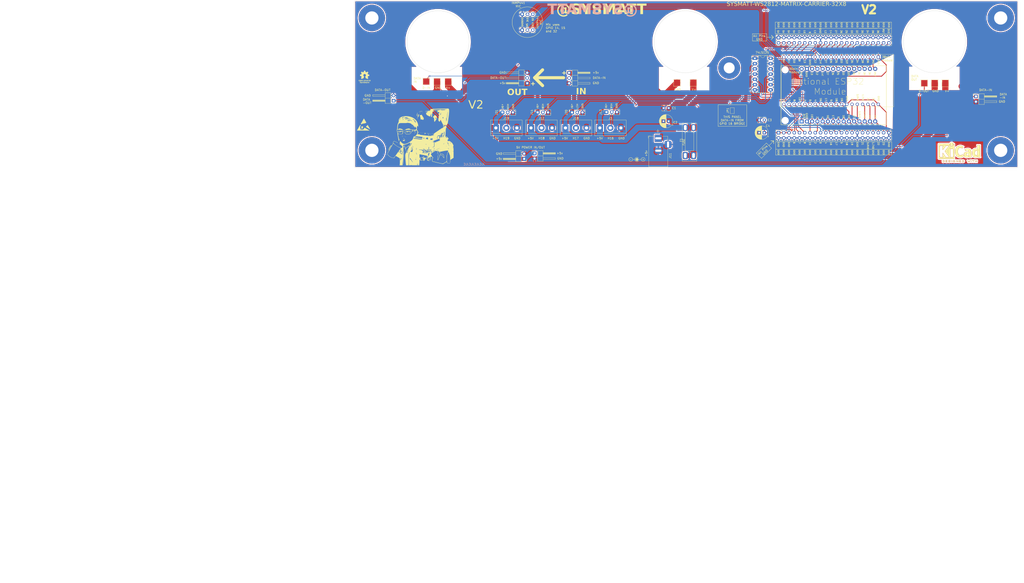
<source format=kicad_pcb>
(kicad_pcb (version 20221018) (generator pcbnew)
  (layers (0 "F.Cu" signal) (31 "B.Cu" signal) (34 "B.Paste" user) (35 "F.Paste" user) (36 "B.SilkS" user "B.Silkscreen") (37 "F.SilkS" user "F.Silkscreen") (38 "B.Mask" user) (39 "F.Mask" user) (44 "Edge.Cuts" user))
  (net 0 "")
  (net 1 "GND")
  (net 2 "/D-OUT")
  (net 3 "/D-IN")
  (net 4 "/V+")
  (net 5 "/3V3")
  (net 6 "/INMP441-SCK")
  (net 7 "/INMP441-WS")
  (net 8 "/INMP441-SD")
  (net 9 "/V+PREFUSE")
  (net 10 "/H_GPIO16")
  (net 11 "/CMD")
  (net 12 "/SD3")
  (net 13 "/SD2")
  (net 14 "/GPIO13")
  (net 15 "/GPIO12")
  (net 16 "/GPIO27")
  (net 17 "/GPIO26")
  (net 18 "/GPIO25")
  (net 19 "/GPIO33")
  (net 20 "/GPIO35")
  (net 21 "/GPIO34")
  (net 22 "/GPIO39")
  (net 23 "/GPIO36")
  (net 24 "/RST")
  (net 25 "/H_GPIO18")
  (net 26 "/CLK")
  (net 27 "/SD0")
  (net 28 "/SD1")
  (net 29 "/GPIO2")
  (net 30 "/GPIO0")
  (net 31 "/GPIO4")
  (net 32 "/GPIO16")
  (net 33 "/GPIO17")
  (net 34 "/GPIO5")
  (net 35 "/GPIO18")
  (net 36 "/GPIO19")
  (net 37 "/GPIO21")
  (net 38 "/RXD0")
  (net 39 "/TXD0")
  (net 40 "/GPIO22")
  (net 41 "/GPIO23")
  (net 42 "/H_GPIO17")
  (net 43 "/H_GPIO19")
  (footprint "Capacitor_THT:C_Disc_D3.8mm_W2.6mm_P2.50mm" (layer "F.Cu") (at 162.017 -37.935 180)
    (fp_text reference "C1")
    (fp_text value "C")
  )
  (footprint "MountingHole:MountingHole_6.4mm_M6_Pad" (layer "F.Cu") (at 322.5 -17.5)
    (fp_text reference "REF**" hide)
    (fp_text value "MountingHole_6.4mm_M6_Pad")
  )
  (footprint "Symbol:Symbol_Barrel_Polarity" (layer "F.Cu") (at 146.65 -13.17)
    (fp_text reference "REF**" hide)
    (fp_text value "Symbol_Barrel_Polarity")
  )
  (footprint "TestPoint:TestPoint_Pad_3.0x3.0mm" (layer "F.Cu") (at 55.3974 -50.732)
    (fp_text reference "TP1" hide)
    (fp_text value "V+")
  )
  (footprint "Symbol:OSHW-Logo_5.7x6mm_SilkScreen" (layer "F.Cu") (at 15 -53)
    (fp_text reference "REF**" hide)
    (fp_text value "OSHW-Logo_5.7x6mm_SilkScreen" hide)
  )
  (footprint "Connector_PinHeader_2.54mm:PinHeader_1x02_P2.54mm_Horizontal" (layer "F.Cu") (at 310.521 -43.553)
    (fp_text reference "J1" hide)
    (fp_text value "D-IN (NO POWER)")
  )
  (footprint "Connector_PinSocket_2.54mm:PinSocket_2x22_P2.54mm_Vertical" (layer "F.Cu") (at 215.084001 -72.013 90)
    (fp_text reference "J10" hide)
    (fp_text value "Conn_02x22_Odd_Even")
  )
  (footprint "Connector_PinSocket_2.54mm:PinSocket_1x03_P2.54mm_Vertical" (layer "F.Cu") (at 91.151409 -75.618 90)
    (fp_text reference "J16" hide)
    (fp_text value "INMP441-LR-WS-SCK" hide)
  )
  (footprint "Connector_PinSocket_2.54mm:PinSocket_1x03_P2.54mm_Vertical" (layer "F.Cu") (at 131.888 -35.978 90)
    (fp_text reference "J13")
    (fp_text value "OUT16")
  )
  (footprint "TestPoint:TestPoint_Pad_3.0x3.0mm" (layer "F.Cu") (at 295.7322 -50.0126)
    (fp_text reference "TP6" hide)
    (fp_text value "V+")
  )
  (footprint "Capacitor_THT:CP_Radial_D6.3mm_P2.50mm" (layer "F.Cu") (at 208.226001 -26.039 180)
    (fp_text reference "C4")
    (fp_text value "C_Polarized" hide)
  )
  (footprint "TerminalBlock:TerminalBlock_bornier-3_P5.08mm" (layer "F.Cu") (at 78.421 -28.358)
    (fp_text reference "J19")
    (fp_text value "Screw_Terminal_01x03")
  )
  (footprint "Connector_BarrelJack:BarrelJack_Horizontal" (layer "F.Cu") (at 156.9825 -23.335 90)
    (fp_text reference "J11")
    (fp_text value "V-IN")
  )
  (footprint "Connector_PinSocket_2.54mm:PinSocket_1x03_P2.54mm_Vertical" (layer "F.Cu") (at 91.181409 -83.288 90)
    (fp_text reference "J15" hide)
    (fp_text value "INMP441-GND-VDD-SD" hide)
  )
  (footprint "Connector_PinHeader_2.54mm:PinHeader_1x02_P2.54mm_Horizontal" (layer "F.Cu") (at 92.125 -13.381 180)
    (fp_text reference "J7" hide)
    (fp_text value "POWER")
  )
  (footprint "TestPoint:TestPoint_Pad_3.0x3.0mm" (layer "F.Cu") (at 166.0398 -50.165)
    (fp_text reference "TP5" hide)
    (fp_text value "GND")
  )
  (footprint "Jumper:SolderJumper-2_P1.3mm_Open_TrianglePad1.0x1.5mm" (layer "F.Cu") (at 192.732001 -36.707 90)
    (fp_text reference "JP1")
    (fp_text value "Jumper_2_Open")
  )
  (footprint "Connector_PinHeader_2.54mm:PinHeader_1x03_P2.54mm_Horizontal" (layer "F.Cu") (at 93.612 -49.95 180)
    (fp_text reference "J9" hide)
    (fp_text value "D-OUT")
  )
  (footprint "Package_DIP:DIP-14_W7.62mm_Socket_LongPads" (layer "F.Cu") (at 203.654001 -61.98)
    (fp_text reference "U3" hide)
    (fp_text value "74LS125")
  )
  (footprint "Capacitor_THT:CP_Radial_D6.3mm_P2.50mm" (layer "F.Cu") (at 161.977 -31.585 180)
    (fp_text reference "C2")
    (fp_text value "C_Polarized" hide)
  )
  (footprint "SSYMATT-LIB7:Ebay-Fuse-holder-04mmX15mm-black-auto-fuse-dingus" (layer "F.Cu") (at 170 -15 90)
    (fp_text reference "F1")
    (fp_text value "Fuse")
  )
  (footprint "Connector_PinHeader_2.54mm:PinHeader_1x02_P2.54mm_Horizontal" (layer "F.Cu") (at 97.148 -16.053)
    (fp_text reference "J5" hide)
    (fp_text value "POWER")
  )
  (footprint "Connector_PinHeader_2.54mm:PinHeader_1x02_P2.54mm_Horizontal" (layer "F.Cu") (at 29 -41.5 180)
    (fp_text reference "J2" hide)
    (fp_text value "D-OUT (NO POWER)")
  )
  (footprint "TerminalBlock:TerminalBlock_bornier-3_P5.08mm" (layer "F.Cu") (at 128.713 -28.358)
    (fp_text reference "J3")
    (fp_text value "Screw_Terminal_01x03")
  )
  (footprint "MountingHole:MountingHole_6.4mm_M6_Pad" (layer "F.Cu") (at 322.5 -81.5)
    (fp_text reference "REF**" hide)
    (fp_text value "MountingHole_6.4mm_M6_Pad")
  )
  (footprint "Connector_PinSocket_2.54mm:PinSocket_1x03_P2.54mm_Vertical" (layer "F.Cu") (at 98.614 -35.851 90)
    (fp_text reference "J14")
    (fp_text value "OUT18")
  )
  (footprint "MountingHole:MountingHole_5.3mm_M5_Pad" (layer "F.Cu") (at 191.243001 -57.357)
    (fp_text reference "REF**" hide)
    (fp_text value "MountingHole_5.3mm_M5_Pad")
  )
  (footprint "TestPoint:TestPoint_Pad_3.0x3.0mm" (layer "F.Cu") (at 285.5722 -49.9618)
    (fp_text reference "TP2" hide)
    (fp_text value "D-OUT")
  )
  (footprint "SSYMATT-LIB7:MODULE_ESP32_DEVKIT_V1-no-ant-keepout" (layer "F.Cu") (at 241.775 -44.2 90)
    (fp_text reference "U1" hide)
    (fp_text value "ESP32-DEVKIT-V1")
  )
  (footprint "Symbol:KiCad-Logo2_8mm_Copper" (layer "F.Cu") (at 302.57 -17.350001)
    (fp_text reference "REF**" hide)
    (fp_text value "KiCad-Logo2_8mm_Copper" hide)
  )
  (footprint "TerminalBlock:TerminalBlock_bornier-3_P5.08mm" (layer "F.Cu") (at 112.076 -28.358)
    (fp_text reference "J18")
    (fp_text value "Screw_Terminal_01x03")
  )
  (footprint "Connector_PinSocket_2.54mm:PinSocket_1x03_P2.54mm_Vertical" (layer "F.Cu") (at 81.596 -35.851 90)
    (fp_text reference "J21")
    (fp_text value "OUT19")
  )
  (footprint "Capacitor_THT:C_Disc_D3.8mm_W2.6mm_P2.50mm" (layer "F.Cu") (at 208.266001 -32.135 180)
    (fp_text reference "C3")
    (fp_text value "C")
  )
  (footprint "Connector_PinSocket_2.54mm:PinSocket_2x22_P2.54mm_Vertical" (layer "F.Cu") (at 215.084001 -26.039 90)
    (fp_text reference "J17" hide)
    (fp_text value "Conn_02x22_Odd_Even")
  )
  (footprint "TestPoint:TestPoint_Pad_3.0x3.0mm" (layer "F.Cu") (at 173.9138 -50.1904)
    (fp_text reference "TP4" hide)
    (fp_text value "V+")
  )
  (footprint "MountingHole:MountingHole_6.4mm_M6_Pad" (layer "F.Cu") (at 18.5 -81.5)
    (fp_text reference "REF**" hide)
    (fp_text value "MountingHole_6.4mm_M6_Pad")
  )
  (footprint "MountingHole:MountingHole_6.4mm_M6_Pad" (layer "F.Cu") (at 18.5 -17.5)
    (fp_text reference "REF**" hide)
    (fp_text value "MountingHole_6.4mm_M6_Pad")
  )
  (footprint "Connector_PinSocket_2.54mm:PinSocket_1x03_P2.54mm_Vertical" (layer "F.Cu") (at 115.251 -35.851 90)
    (fp_text reference "J20")
    (fp_text value "OUT17")
  )
  (footprint "00-SYSMATT-LIB-IMAGES:sysmatt-dumpster-fire-fsilk" (layer "F.Cu") (at 41.153019 -27.132549)
    (fp_text reference "G***" hide)
    (fp_text value "." hide)
  )
  (footprint "Symbol:ESD-Logo_6.6x6mm_SilkScreen" (layer "F.Cu") (at 14.5 -30)
    (fp_text reference "REF**" hide)
    (fp_text value "ESD-Logo_6.6x6mm_SilkScreen" hide)
  )
  (footprint "TestPoint:TestPoint_Pad_3.0x3.0mm" (layer "F.Cu") (at 50.007 -50.732)
    (fp_text reference "TP3" hide)
    (fp_text value "GND")
  )
  (footprint "TestPoint:TestPoint_Pad_3.0x3.0mm" (layer "F.Cu") (at 290.594 -50)
    (fp_text reference "TP8" hide)
    (fp_text value "GND")
  )
  (footprint "lib:MODULE_ESP32-DEVKITC-32D-CORRECTED-WIDTH-NARROW" (layer "F.Cu") (at 243.584 -49.915 -90)
    (fp_text reference "U2" hide)
    (fp_text value "ESP32-DEVKITC-32D")
  )
  (footprint "Symbol:KiCad-Logo2_8mm_SilkScreen" (layer "F.Cu") (at 302.57 -17.350001)
    (fp_text reference "REF**" hide)
    (fp_text value "KiCad-Logo2_8mm_SilkScreen" hide)
  )
  (footprint "TestPoint:TestPoint_Pad_3.0x3.0mm" (layer "F.Cu") (at 44.7802 -50.7746)
    (fp_text reference "TP7" hide)
    (fp_text value "D-IN")
  )
  (footprint "Connector_PinHeader_2.54mm:PinHeader_1x03_P2.54mm_Horizontal" (layer "F.Cu") (at 113.862 -55)
    (fp_text reference "J8" hide)
    (fp_text value "D-IN")
  )
  (footprint "TerminalBlock:TerminalBlock_bornier-3_P5.08mm" (layer "F.Cu") (at 95.439 -28.358)
    (fp_text reference "J12")
    (fp_text value "Screw_Terminal_01x03")
  )
  (footprint "SSYMATT-LIB7:JLCJLCJLCJLC Silk Order Number Location" (layer "B.Cu") (at 67.945 -10.795 180)
    (fp_text reference "REF**" hide)
    (fp_text value "JLCJLCJLCJLC Silk Order Number Location" hide)
  )
  (gr_line (start 211.36116 -22.102) (end 212.618396 -21.922395) (stroke (width 0.15)) (layer "F.SilkS"))
  (gr_line (start 211.655001 -71.124) (end 212.417001 -72.14) (stroke (width 0.15)) (layer "F.SilkS"))
  (gr_line (start 202.511001 -73.918) (end 209.369001 -73.918) (stroke (width 0.15)) (layer "F.SilkS"))
  (gr_line (start 209.369001 -72.14) (end 212.671001 -72.14) (stroke (width 0.15)) (layer "F.SilkS"))
  (gr_line (start 269.821001 -15.244) (end 269.821001 -21.594) (stroke (width 0.15)) (layer "F.SilkS"))
  (gr_line (start 212.798001 -20.665159) (end 212.618396 -21.922395) (stroke (width 0.15)) (layer "F.SilkS"))
  (gr_line (start 213.814001 -18.038) (end 269.821001 -18.038) (stroke (width 0.15)) (layer "F.SilkS"))
  (gr_line (start 269.694001 -73.918) (end 269.694001 -76.458) (stroke (width 0.15)) (layer "F.SilkS"))
  (gr_line (start 206.871032 -13.660559) (end 204.35656 -16.175031) (stroke (width 0.15)) (layer "F.SilkS"))
  (gr_line (start 213.687001 -21.594) (end 213.687001 -15.244) (stroke (width 0.15)) (layer "F.SilkS"))
  (gr_line (start 209.205899 -21.024369) (end 211.72037 -18.509898) (stroke (width 0.15)) (layer "F.SilkS"))
  (gr_line (start 209.369001 -70.362) (end 202.511001 -70.362) (stroke (width 0.15)) (layer "F.SilkS"))
  (gr_line (start 97.217 -52.615) (end 101.027 -48.805) (stroke (width 1.5)) (layer "F.SilkS"))
  (gr_line (start 212.671001 -72.14) (end 211.655001 -73.156) (stroke (width 0.15)) (layer "F.SilkS"))
  (gr_line (start 213.560001 -79.506) (end 213.560001 -73.918) (stroke (width 0.15)) (layer "F.SilkS"))
  (gr_line (start 269.694001 -79.506) (end 213.560001 -79.506) (stroke (width 0.15)) (layer "F.SilkS"))
  (gr_line (start 209.369001 -73.918) (end 209.369001 -70.362) (stroke (width 0.15)) (layer "F.SilkS"))
  (gr_line (start 269.694001 -76.458) (end 254.200001 -76.458) (stroke (width 0.15)) (layer "F.SilkS"))
  (gr_line (start 213.560001 -73.918) (end 269.694001 -73.918) (stroke (width 0.15)) (layer "F.SilkS"))
  (gr_line (start 210.463134 -19.767133) (end 212.798001 -22.102) (stroke (width 0.15)) (layer "F.SilkS"))
  (gr_line (start 211.655001 -73.156) (end 212.417001 -72.14) (stroke (width 0.15)) (layer "F.SilkS"))
  (gr_line (start 212.798001 -22.102) (end 212.798001 -20.665159) (stroke (width 0.15)) (layer "F.SilkS"))
  (gr_line (start 212.671001 -72.14) (end 211.655001 -71.124) (stroke (width 0.15)) (layer "F.SilkS"))
  (gr_circle (center 93.706409 -79.453) (end 100.818409 -81.485) (stroke (width 0.15)) (fill none) (layer "F.SilkS"))
  (gr_line (start 204.35656 -16.175031) (end 209.205899 -21.024369) (stroke (width 0.15)) (layer "F.SilkS"))
  (gr_line (start 269.694001 -76.458) (end 269.694001 -79.506) (stroke (width 0.15)) (layer "F.SilkS"))
  (gr_line (start 213.687001 -15.244) (end 269.821001 -15.244) (stroke (width 0.15)) (layer "F.SilkS"))
  (gr_line (start 101.027 -56.425) (end 97.217 -52.615) (stroke (width 0.15)) (layer "F.SilkS"))
  (gr_line (start 202.511001 -70.362) (end 202.511001 -73.918) (stroke (width 0.15)) (layer "F.SilkS"))
  (gr_line (start 211.72037 -18.509898) (end 206.871032 -13.660559) (stroke (width 0.15)) (layer "F.SilkS"))
  (gr_line (start 213.560001 -76.458) (end 262.836001 -76.458) (stroke (width 0.15)) (layer "F.SilkS"))
  (gr_rect (start 185.874001 -39.501) (end 199.717001 -29.087) (stroke (width 0.15)) (fill none) (layer "F.SilkS"))
  (gr_line (start 269.821001 -21.594) (end 213.687001 -21.594) (stroke (width 0.15)) (layer "F.SilkS"))
  (gr_line (start 111.187 -52.615) (end 97.217 -52.615) (stroke (width 1.5)) (layer "F.SilkS"))
  (gr_line (start 212.798001 -22.102) (end 211.36116 -22.102) (stroke (width 0.15)) (layer "F.SilkS"))
  (gr_line (start 97.217 -52.615) (end 101.027 -56.425) (stroke (width 1.5)) (layer "F.SilkS"))
  (gr_arc (start 10 -89) (mid 10.292893 -89.707107) (end 11 -90) (stroke (width 0.1)) (layer "Edge.Cuts"))
  (gr_line (start 11 -9) (end 330 -9) (stroke (width 0.1)) (layer "Edge.Cuts"))
  (gr_arc (start 11 -9) (mid 10.292893 -9.292893) (end 10 -10) (stroke (width 0.1)) (layer "Edge.Cuts"))
  (gr_line (start 331 -10) (end 331 -89) (stroke (width 0.1)) (layer "Edge.Cuts"))
  (gr_circle (center 50.5 -70) (end 65.5 -70) (stroke (width 0.1)) (fill none) (layer "Edge.Cuts"))
  (gr_circle (center 290.5 -70) (end 305.5 -70) (stroke (width 0.1)) (fill none) (layer "Edge.Cuts"))
  (gr_arc (start 330 -90) (mid 330.707107 -89.707107) (end 331 -89) (stroke (width 0.1)) (layer "Edge.Cuts"))
  (gr_arc (start 331 -10) (mid 330.707107 -9.292893) (end 330 -9) (stroke (width 0.1)) (layer "Edge.Cuts"))
  (gr_line (start 330 -90) (end 11 -90) (stroke (width 0.1)) (layer "Edge.Cuts"))
  (gr_line (start 10 -89) (end 10 -10) (stroke (width 0.1)) (layer "Edge.Cuts"))
  (gr_circle (center 170 -70) (end 185 -70) (stroke (width 0.1)) (fill none) (layer "Edge.Cuts"))
  (gr_text "@SYSMATT" (at 147 -82.5) (layer "B.SilkS") (effects (font (size 5 5) (thickness 1) bold) (justify left bottom mirror)))
  (gr_text "3V3" (at 94.214409 -79.453 90) (layer "F.SilkS") (effects (font (size 0.75 0.75)) (justify left bottom)))
  (gr_text "38pin\nModule" (at 264.995001 -60.456) (layer "F.SilkS") (effects (font (size 1 1)) (justify left bottom)))
  (gr_text "+5V   H16   GND" (at 133.92 -22.77) (layer "F.SilkS") (effects (font (size 1 1)) (justify bottom)))
  (gr_text "INMP441\nMIC" (at 100.818409 -79.453 90) (layer "F.SilkS") (effects (font (size 1 1)) (justify bottom)))
  (gr_text "SCK" (at 96.754409 -77.167 90) (layer "F.SilkS") (effects (font (size 0.75 0.75)) (justify left bottom)))
  (gr_text "All Pins\nGND" (at 205.813001 -70.616) (layer "F.SilkS") (effects (font (size 1 1)) (justify bottom)))
  (gr_text "GND" (at 78.409 -15.286) (layer "F.SilkS") (effects (font (size 1 1)) (justify left bottom)))
  (gr_text "SYSMATT-WS2812-MATRIX-CARRIER-32X8" (at 190 -87) (layer "F.SilkS") (effects (font (size 2 2)) (justify left bottom)))
  (gr_text "GND       V+" (at 164.719 -46.3296) (layer "F.SilkS") (effects (font (size 1 1)) (justify left bottom)))
  (gr_text "RST\n\n36\n\n39\n\n34\n\n35\n\n32i\n\n33\n\n25\n\n26\n\n27\n\n14i\n\n12\n\n13\n\nGND\n\n5V\n" (at 225.625001 -55.503 270) (layer "F.SilkS") (effects (font (size 0.79 0.79)) (justify left bottom)))
  (gr_text "GND" (at 91.674409 -79.453 90) (layer "F.SilkS") (effects (font (size 0.75 0.75)) (justify left bottom)))
  (gr_text "3V3\n\nRST\n\n36\n\n39\n\n34\n\n35\n\n32\n\n33\n\n25\n\n26\n\n27\n\n14\n\n12\n\nGND\n\n13\n\n9\n\n10\n\n11\n\n5V\n\n5V\n\n5V\n\n5V" (at 214.449001 -74.045 270) (layer "F.SilkS") (effects (font (size 0.79 0.79)) (justify right bottom)))
  (gr_text "@SYSMATT" (at 107.63 -82.5) (layer "F.SilkS") (effects (font (size 5 5) (thickness 1) bold) (justify left bottom)))
  (gr_text "GND\n\nGND\n\nGND\n\nGND\n\nGND\n\nGND\n\nGND\n\nGND\n\nGND\n\nGND\n\nGND\n\nGND\n\nGND\n\nGND\n\nGND\n\nGND\n\nGND\n\nGND\n\nGND\n\nGND\n\nGND\n\nGND" (at 214.576001 -76.839 270) (layer "F.SilkS") (effects (font (size 0.79 0.79)) (justify right bottom)))
  (gr_text "DATA-OUT" (at 75.627 -51.98) (layer "F.SilkS") (effects (font (size 1 1)) (justify left bottom)))
  (gr_text "+5v" (at 78.409 -12.873) (layer "F.SilkS") (effects (font (size 1 1)) (justify left bottom)))
  (gr_text "+" (at 94.882 -48.68) (layer "F.SilkS") (effects (font (size 2 2) (thickness 0.4) bold) (justify left bottom)))
  (gr_text "GND\n\nH16\n\n+5V" (at 131.253 -37.756 270) (layer "F.SilkS") (effects (font (size 0.79 0.79)) (justify right bottom)))
  (gr_text "GND" (at 91.674409 -77.167 90) (layer "F.SilkS") (effects (font (size 0.75 0.75)) (justify left bottom)))
  (gr_text "+5V   H19   GND" (at 83.501 -22.77) (layer "F.SilkS") (effects (font (size 1 1)) (justify bottom)))
  (gr_text "GND\n\nH19\n\n+5V" (at 81.215 -37.502 270) (layer "F.SilkS") (effects (font (size 0.79 0.79)) (justify right bottom)))
  (gr_text "GND\n\n23\n\n22\n\n1.TX0\n\n3.RX0\n\n21\n\nGND\n\n19\n\n18\n\n5\n\n17\n\n16\n\n4\n\n0\n\n2\n\n15\n\n8\n\n7\n\n6\n\nGND\n\nGND\n\nGND" (at 214.576001 -21.594 270) (layer "F.SilkS") (effects (font (size 0.79 0.79)) (justify left bottom)))
  (gr_text "5V POWER IN/OUT" (at 88.188 -18.334) (layer "F.SilkS") (effects (font (size 1 1)) (justify left bottom)))
  (gr_text "INMP441\nMIC" (at 89.292 -86.565) (layer "F.SilkS") (effects (font (size 1 1)) (justify bottom)))
  (gr_text "GND" (at 321.5 -40.5) (layer "F.SilkS") (effects (font (size 1 1)) (justify left bottom)))
  (gr_text "+5v" (at 125.157 -54.52) (layer "F.SilkS") (effects (font (size 1 1)) (justify left bottom)))
  (gr_text "+" (at 148.936 -12.535) (layer "F.SilkS") (effects (font (size 1 1)) (justify left bottom)))
  (gr_text "DATA-OUT" (at 19.799 -46.077) (layer "F.SilkS") (effects (font (size 1 1)) (justify left bottom)))
  (gr_text "GND\n\nH17\n\n+5V" (at 114.743 -37.629 270) (layer "F.SilkS") (effects (font (size 0.79 0.79)) (justify right bottom)))
  (gr_text "GND\n\n23\n\n22\n\n1.TX0\n\n3.RX0\n\n21\n\nGND\n\n19\n\n18\n\n5\n\n17\n\n16\n\n4\n\n0\n\n2\n\n15i\n\n8\n\n7\n\n6" (at 217.243001 -41.279 270) (layer "F.SilkS") (effects (font (size 0.79 0.79)) (justify right bottom)))
  (gr_text "DATA-IN" (at 125.157 -51.98) (layer "F.SilkS") (effects (font (size 1 1)) (justify left bottom)))
  (gr_text "All Pins\nGND" (at 209.026293 -16.175031 45) (layer "F.SilkS") (effects (font (size 1 1)) (justify bottom)))
  (gr_text "IN" (at 117.156 -44.106) (layer "F.SilkS") (effects (font (size 3 3)) (justify left bottom)))
  (gr_text "GND\n\nH18\n\n+5V" (at 98.106 -37.629 270) (layer "F.SilkS") (effects (font (size 0.79 0.79)) (justify right bottom)))
  (gr_text "+5v" (at 107.746 -15.54) (layer "F.SilkS") (effects (font (size 1 1)) (justify left bottom)))
  (gr_text "DATA\n-OUT" (at 14.084 -39.854) (layer "F.SilkS") (effects (font (size 1 1)) (justify left bottom)))
  (gr_text "GND" (at 80.072 -54.52) (layer "F.SilkS") (effects (font (size 1 1)) (justify left bottom)))
  (gr_text "DATA-IN" (at 311.975 -46.088) (layer "F.SilkS") (effects (font (size 1 1)) (justify left bottom)))
  (gr_text "D-OUT  GND    V+" (at 282.7528 -45.593) (layer "F.SilkS") (effects (font (size 1 1)) (justify left bottom)))
  (gr_text "GND" (at 125.157 -49.44) (layer "F.SilkS") (effects (font (size 1 1)) (justify left bottom)))
  (gr_text "THIS PANEL\nDATA-IN FROM\nGPIO 16 BRIDGE" (at 192.732001 -29.849) (layer "F.SilkS") (effects (font (size 1 1)) (justify bottom)))
  (gr_text "+5v" (at 80.072 -49.44) (layer "F.SilkS") (effects (font (size 1 1)) (justify left bottom)))
  (gr_text "GND" (at 14.846 -43.41) (layer "F.SilkS") (effects (font (size 1 1)) (justify left bottom)))
  (gr_text "30pin \nModule" (at 220.037001 -54.741) (layer "F.SilkS") (effects (font (size 1 1)) (justify left bottom)))
  (gr_text "+" (at 155.44 -25.835) (layer "F.SilkS") (effects (font (size 2 2)) (justify left bottom)))
  (gr_text "V2" (at 254.6096 -83.185) (layer "F.SilkS") (effects (font (size 4 4) (thickness 1) bold) (justify left bottom)))
  (gr_text "D-IN   GND   V+" (at 42.8498 -47.1556) (layer "F.SilkS") (effects (font (size 1 1)) (justify left bottom)))
  (gr_text "+5V   H17   GND" (at 117.029 -22.77) (layer "F.SilkS") (effects (font (size 1 1)) (justify bottom)))
  (gr_text "V2" (at 65.086 -36.994) (layer "F.SilkS") (effects (font (size 4 4)) (justify left bottom)))
  (gr_text "GND\n\nGND\n\nGND\n\nGND\n\nGND\n\nGND\n\nGND\n\nGND\n\nGND\n\nGND\n\nGND\n\nGND\n\nGND\n\nGND\n\nGND\n\nGND\n\nGND\n\nGND\n\nGND\n\nGND\n\nGND\n\nGND" (at 214.576001 -15.244 270) (layer "F.SilkS") (effects (font (size 0.79 0.79)) (justify right bottom)))
  (gr_text "+5V   H18   GND" (at 100.519 -22.77) (layer "F.SilkS") (effects (font (size 1 1)) (justify bottom)))
  (gr_text "Mic uses\nGPIO 14, 15\nand 32" (at 102.5 -74.5) (layer "F.SilkS") (effects (font (size 1 1)) (justify left bottom)))
  (gr_text "SD" (at 96.754409 -79.961 90) (layer "F.SilkS") (effects (font (size 0.75 0.75)) (justify left bottom)))
  (gr_text "WS" (at 93.960409 -77.167 90) (layer "F.SilkS") (effects (font (size 0.75 0.75)) (justify left bottom)))
  (gr_text "DATA\nOUT" (at 279.146 -51.1556) (layer "F.SilkS") (effects (font (size 1 1)) (justify left bottom)))
  (gr_text "GND" (at 108 -13) (layer "F.SilkS") (effects (font (size 1 1)) (justify left bottom)))
  (gr_text "DATA\nIN" (at 38.5572 -50.0888) (layer "F.SilkS") (effects (font (size 1 1)) (justify left bottom)))
  (gr_text "Optional ESP32 \nModule" (at 239.976001 -44.2) (layer "F.SilkS") (effects (font (size 3 3)) (justify bottom)))
  (gr_text "-" (at 142.84 -12.535) (layer "F.SilkS") (effects (font (size 1 1)) (justify left bottom)))
  (gr_text "DATA\n-IN" (at 321.881 -42.405) (layer "F.SilkS") (effects (font (size 1 1)) (justify left bottom)))
  (gr_text "23\n\n22\n\n1.TX0\n\n3.RX0\n\n21\n\n19\n\n18\n\n5\n\n17\n\n16\n\n4\n\n2\n\n15i\n\nGND\n3V3" (at 227.022001 -33.024 270) (layer "F.SilkS") (effects (font (size 0.79 0.79)) (justify right bottom)))
  (gr_text "3V3\n\nRST\n\n36\n\n39\n\n34\n\n35\n\n32i\n\n33\n\n25\n\n26\n\n27\n\n14i\n\n12\n\nGND\n\n13\n\n9\n\n10\n\n11\n\n5V\n" (at 217.116001 -61.345 270) (layer "F.SilkS") (effects (font (size 0.79 0.79)) (justify left bottom)))
  (gr_text "+" (at 109.917 -53.885) (layer "F.SilkS") (effects (font (size 2 2) (thickness 0.4) bold) (justify left bottom)))
  (gr_text "+5v" (at 151.73 -14.44 90) (layer "F.SilkS") (effects (font (size 1 1)) (justify left bottom)))
  (gr_text "OUT" (at 83.882 -43.725) (layer "F.SilkS") (effects (font (size 3 3)) (justify left bottom)))
  (segment (start 120.331 -35.851) (end 120.331 -33.184) (width 2) (layer "F.Cu") (net 1))
  (segment (start 207.591001 -48.899) (end 205.432001 -46.74) (width 0.4) (layer "F.Cu") (net 1))
  (segment (start 151.73 -25.489) (end 141.742 -25.489) (width 3) (layer "F.Cu") (net 1))
  (segment (start 136.968 -35.978) (end 136.968 -32.549) (width 2) (layer "F.Cu") (net 1))
  (segment (start 122.236 -31.279) (end 121.728 -31.787) (width 3) (layer "F.Cu") (net 1))
  (segment (start 235.404001 -68.798087) (end 235.404001 -69.473) (width 0.4) (layer "F.Cu") (net 1))
  (segment (start 184.695513 -60.791367) (end 185.139559 -61.544456) (width 3) (layer "F.Cu") (net 1))
  (segment (start 164.735499 -11.332) (end 278.776326 -11.332) (width 3) (layer "F.Cu") (net 1))
  (segment (start 122.236 -28.358) (end 122.236 -31.279) (width 3) (layer "F.Cu") (net 1))
  (segment (start 140.081 -62.484) (end 78.944692 -62.484) (width 3) (layer "F.Cu") (net 1))
  (segment (start 105.599 -28.358) (end 105.599 -31.406) (width 3) (layer "F.Cu") (net 1))
  (segment (start 267.2 -27.263001) (end 268.424001 -26.039) (width 0.4) (layer "F.Cu") (net 1))
  (segment (start 206.194001 -23.499) (end 205.726001 -23.967) (width 0.4) (layer "F.Cu") (net 1))
  (segment (start 272.8214 -48.1838) (end 283.0068 -37.9984) (width 3) (layer "F.Cu") (net 1))
  (segment (start 156.9825 -17.335) (end 158.6825 -17.335) (width 3) (layer "F.Cu") (net 1))
  (segment (start 94.898 -15.108) (end 94.898 -13.803) (width 2) (layer "F.Cu") (net 1))
  (segment (start 203.654001 -54.36) (end 206.448001 -54.36) (width 0.4) (layer "F.Cu") (net 1))
  (segment (start 40.7162 -44.1706) (end 47.7012 -44.1706) (width 3) (layer "F.Cu") (net 1))
  (segment (start 141.742 -25.489) (end 138.873 -28.358) (width 3) (layer "F.Cu") (net 1))
  (segment (start 205.432001 -61.98) (end 207.591001 -59.821) (width 0.4) (layer "F.Cu") (net 1))
  (segment (start 303.657 -48.4632) (end 315.0616 -48.4632) (width 3) (layer "F.Cu") (net 1))
  (segment (start 307.832794 -77.202842) (end 307.832794 -52.638994) (width 3) (layer "F.Cu") (net 1))
  (segment (start 157.953 -37.935) (end 157.826 -38.062) (width 2) (layer "F.Cu") (net 1))
  (segment (start 86.676 -33.819) (end 88.835 -31.66) (width 2) (layer "F.Cu") (net 1))
  (segment (start 33.0454 -51.8414) (end 40.7162 -44.1706) (width 3) (layer "F.Cu") (net 1))
  (segment (start 153.1605 -13.513) (end 156.9825 -17.335) (width 2) (layer "F.Cu") (net 1))
  (segment (start 317.1444 -37.846) (end 314.1874 -40.803) (width 3) (layer "F.Cu") (net 1))
  (segment (start 307.832794 -52.638994) (end 303.657 -48.4632) (width 3) (layer "F.Cu") (net 1))
  (segment (start 88.835 -31.66) (end 88.581 -31.406) (width 3) (layer "F.Cu") (net 1))
  (segment (start 193.421 -71.882) (end 194.056 -72.517) (width 3) (layer "F.Cu") (net 1))
  (segment (start 162.842241 -87.503) (end 177.8 -87.503) (width 3) (layer "F.Cu") (net 1))
  (segment (start 103.946 -55.03) (end 93.612 -55.03) (width 2) (layer "F.Cu") (net 1))
  (segment (start 320.4972 -43.0276) (end 320.4972 -41.1988) (width 3) (layer "F.Cu") (net 1))
  (segment (start 94.898 -13.803) (end 95.188 -13.513) (width 2) (layer "F.Cu") (net 1))
  (segment (start 203.654001 -61.98) (end 205.432001 -61.98) (width 0.4) (layer "F.Cu") (net 1))
  (segment (start 207.972001 -59.44) (end 207.591001 -59.821) (width 0.4) (layer "F.Cu") (net 1))
  (segment (start 50.007 -48.799) (end 54.991 -43.815) (width 0.25) (layer "F.Cu") (net 1))
  (segment (start 278.776326 -11.332) (end 290.594 -23.149674) (width 3) (layer "F.Cu") (net 1))
  (segment (start 207.083001 -53.725) (end 207.591001 -53.217) (width 0.4) (layer "F.Cu") (net 1))
  (segment (start 193.421 -69.825897) (end 193.421 -71.882) (width 3) (layer "F.Cu") (net 1))
  (segment (start 109.056 -49.92) (end 109.056 -41.213) (width 2) (layer "F.Cu") (net 1))
  (segment (start 203.654001 -37.469) (end 204.035001 -37.088) (width 0.4) (layer "F.Cu") (net 1))
  (segment (start 137.73 -31.787) (end 121.728 -31.787) (width 3) (layer "F.Cu") (net 1))
  (segment (start 320.4972 -41.1988) (end 317.1444 -37.846) (width 3) (layer "F.Cu") (net 1))
  (segment (start 136.968 -32.549) (end 137.73 -31.787) (width 2) (layer "F.Cu") (net 1))
  (segment (start 157.826 -44.739) (end 140.081 -62.484) (width 3) (layer "F.Cu") (net 1))
  (segment (start 157.826 -35.306) (end 157.826 -44.739) (width 3) (layer "F.Cu") (net 1))
  (segment (start 140.081 -62.484) (end 140.081 -64.741759) (width 3) (layer "F.Cu") (net 1))
  (segment (start 230.324 -63.718086) (end 235.404001 -68.798087) (width 0.4) (layer "F.Cu") (net 1))
  (segment (start 78.944692 -62.484) (end 78.944692 -66.152332) (width 3) (layer "F.Cu") (net 1))
  (segment (start 121.728 -31.787) (end 105.98 -31.787) (width 3) (layer "F.Cu") (net 1))
  (segment (start 109.056 -41.213) (end 103.694 -35.851) (width 2) (layer "F.Cu") (net 1))
  (segment (start 253.184001 -26.039) (end 253.184001 -23.499) (width 0.4) (layer "F.Cu") (net 1))
  (segment (start 109.056 -49.92) (end 103.946 -55.03) (width 2) (layer "F.Cu") (net 1))
  (segment (start 211.274001 -59.44) (end 207.972001 -59.44) (width 0.4) (layer "F.Cu") (net 1))
  (segment (start 90.613 -31.66) (end 88.835 -31.66) (width 3) (layer "F.Cu") (net 1))
  (segment (start 138.873 -28.358) (end 138.873 -30.644) (width 3) (layer "F.Cu") (net 1))
  (segment (start 86.676 -35.851) (end 86.676 -33.819) (width 2) (layer "F.Cu") (net 1))
  (segment (start 50.007 -50.732) (end 50.007 -48.799) (width 0.25) (layer "F.Cu") (net 1))
  (segment (start 157.826 -31.585) (end 157.826 -35.306) (width 3) (layer "F.Cu") (net 1))
  (segment (start 151.73 -20.837501) (end 151.73 -25.489) (width 3) (layer "F.Cu") (net 1))
  (segment (start 206.448001 -54.36) (end 207.083001 -53.725) (width 0.4) (layer "F.Cu") (net 1))
  (segment (start 204.035001 -25.531) (end 204.035001 -37.088) (width 3) (layer "F.Cu") (net 1))
  (segment (start 268.424001 -26.039) (end 268.424001 -23.499) (width 0.4) (layer "F.Cu") (net 1))
  (segment (start 184.214202 -59.684796) (end 184.214202 -60.06156) (width 3) (layer "F.Cu") (net 1))
  (segment (start 267.2 -35.899) (end 267.2 -27.263001) (width 0.4) (layer "F.Cu") (net 1))
  (segment (start 140.081 -64.741759) (end 162.842241 -87.503) (width 3) (layer "F.Cu") (net 1))
  (segment (start 157.826 -44.739) (end 160.6138 -44.739) (width 3) (layer "F.Cu") (net 1))
  (segment (start 103.694 -35.851) (end 103.694 -34.073) (width 2) (layer "F.Cu") (net 1))
  (segment (start 57.705303 -87.391721) (end 42.713121 -87.391721) (width 3) (layer "F.Cu") (net 1))
  (segment (start 159.477 -31.585) (end 157.826 -31.585) (width 2) (layer "F.Cu") (net 1))
  (segment (start 105.599 -31.406) (end 105.98 -31.787) (width 3) (layer "F.Cu") (net 1))
  (segment (start 151.73 -25.489) (end 157.826 -31.585) (width 3) (layer "F.Cu") (net 1))
  (segment (start 95.188 -13.513) (end 97.148 -13.513) (width 2) (layer "F.Cu") (net 1))
  (segment (start 205.726001 -23.967) (end 205.726001 -26.039) (width 0.4) (layer "F.Cu") (net 1))
  (segment (start 208.403 -72.013) (end 207.899 -72.517) (width 0.4) (layer "F.Cu") (net 1))
  (segment (start 103.694 -34.073) (end 105.98 -31.787) (width 2) (layer "F.Cu") (net 1))
  (segment (start 314.1874 -40.803) (end 310.521 -40.803) (width 3) (layer "F.Cu") (net 1))
  (segment (start 230.324 -62.615) (end 230.324 -63.718086) (width 0.4) (layer "F.Cu") (net 1))
  (segment (start 157.826 -35.306) (end 157.826 -38.062) (width 3) (layer "F.Cu") (net 1))
  (segment (start 97.148 -13.513) (end 153.1605 -13.513) (width 2) (layer "F.Cu") (net 1))
  (segment (start 211.274001 -51.82) (end 208.988001 -51.82) (width 0.4) (layer "F.Cu") (net 1))
  (segment (start 91.181409 -75.648) (end 91.151409 -75.618) (width 0.4) (layer "F.Cu") (net 1))
  (segment (start 290.594 -45.5856) (end 290.594 -50) (width 3) (layer "F.Cu") (net 1))
  (segment (start 156.9825 -17.335) (end 155.232501 -17.335) (width 3) (layer "F.Cu") (net 1))
  (segment (start 315.0616 -48.4632) (end 320.4972 -43.0276) (width 3) (layer "F.Cu") (net 1))
  (segment (start 50.007 -46.4764) (end 50.007 -50.732) (width 3) (layer "F.Cu") (net 1))
  (segment (start 215.084001 -72.013) (end 208.403 -72.013) (width 0.4) (layer "F.Cu") (net 1))
  (segment (start 261.185 -41.914) (end 263.344 -39.755) (width 0.4) (layer "F.Cu") (net 1))
  (segment (start 207.591001 -59.821) (end 207.591001 -53.217) (width 0.4) (layer "F.Cu") (net 1))
  (segment (start 215.084001 -23.499) (end 206.194001 -23.499) (width 0.4) (layer "F.Cu") (net 1))
  (segment (start 138.873 -30.644) (end 137.73 -31.787) (width 3) (layer "F.Cu") (net 1))
  (segment (start 65.8 -49.339308) (end 65.8 -49.212308) (width 3) (layer "F.Cu") (net 1))
  (segment (start 203.654001 -46.74) (end 203.654001 -37.469) (width 0.4) (layer "F.Cu") (net 1))
  (segment (start 33.0454 -77.724) (end 33.0454 -51.8414) (width 3) (layer "F.Cu") (net 1))
  (segment (start 272.8214 -87.503) (end 272.8214 -48.1838) (width 3) (layer "F.Cu") (net 1))
  (segment (start 78.944692 -66.152332) (end 57.705303 -87.391721) (width 3) (layer "F.Cu") (net 1))
  (segment (start 177.8 -87.503) (end 193.421 -71.882) (width 3) (layer "F.Cu") (net 1))
  (segment (start 205.432001 -46.74) (end 203.654001 -46.74) (width 0.4) (layer "F.Cu") (net 1))
  (segment (start 78.944692 -62.484) (end 65.8 -49.339308) (width 3) (layer "F.Cu") (net 1))
  (segment (start 272.8214 -87.503) (end 297.532636 -87.503) (width 3) (layer "F.Cu") (net 1))
  (segment (start 42.713121 -87.391721) (end 33.0454 -77.724) (width 3) (layer "F.Cu") (net 1))
  (segment (start 184.214202 -60.06156) (end 184.695513 -60.791367) (width 3) (layer "F.Cu") (net 1))
  (segment (start 65.8 -49.212308) (end 62.819692 -46.232) (width 3) (layer "F.Cu") (net 1))
  (segment (start 93.612 -55.03) (end 93.612 -57.9) (width 2) (layer "F.Cu") (net 1))
  (segment (start 185.139559 -61.544456) (end 193.421 -69.825897) (width 3) (layer "F.Cu") (net 1))
  (segment (start 90.994 -31.787) (end 90.867 -31.914) (width 3) (layer "F.Cu") (net 1))
  (segment (start 156.9825 -17.335) (end 158.732499 -17.335) (width 3) (layer "F.Cu") (net 1))
  (segment (start 158.732499 -17.335) (end 164.735499 -11.332) (width 3) (layer "F.Cu") (net 1))
  (segment (start 105.98 -31.787) (end 92.645 -31.787) (width 3) (layer "F.Cu") (net 1))
  (segment (start 235.404001 -72.013) (end 235.404001 -69.473) (width 0.4) (layer "F.Cu") (net 1))
  (segment (start 268.424001 -23.499) (end 215.084001 -23.499) (width 0.4) (layer "F.Cu") (net 1))
  (segment (start 283.0068 -37.9984) (end 290.594 -45.5856) (width 3) (layer "F.Cu") (net 1))
  (segment (start 88.581 -31.406) (end 88.581 -28.358) (width 3) (layer "F.Cu") (net 1))
  (segment (start 113.862 -49.92) (end 109.056 -49.92) (width 2) (layer "F.Cu") (net 1))
  (segment (start 120.331 -33.184) (end 121.728 -31.787) (width 2) (layer "F.Cu") (net 1))
  (segment (start 297.532636 -87.503) (end 307.832794 -77.202842) (width 3) (layer "F.Cu") (net 1))
  (segment (start 177.8 -87.503) (end 272.8214 -87.503) (width 3) (layer "F.Cu") (net 1))
  (segment (start 250.263 -41.914) (end 261.185 -41.914) (width 0.4) (layer "F.Cu") (net 1))
  (segment (start 94.085 -15.921) (end 94.898 -15.108) (width 2) (layer "F.Cu") (net 1))
  (segment (start 215.084001 -72.013) (end 268.424001 -72.013) (width 0.4) (layer "F.Cu") (net 1))
  (segment (start 47.7012 -44.1706) (end 50.007 -46.4764) (width 3) (layer "F.Cu") (net 1))
  (segment (start 90.867 -31.914) (end 90.613 -31.66) (width 3) (layer "F.Cu") (net 1))
  (segment (start 248.104 -39.755) (end 250.263 -41.914) (width 0.4) (layer "F.Cu") (net 1))
  (segment (start 263.344 -39.755) (end 267.2 -35.899) (width 0.4) (layer "F.Cu") (net 1))
  (segment (start 208.988001 -51.82) (end 207.083001 -53.725) (width 0.4) (layer "F.Cu") (net 1))
  (segment (start 194.056 -72.517) (end 207.899 -72.517) (width 3) (layer "F.Cu") (net 1))
  (segment (start 158.6825 -17.335) (end 161.6825 -20.335) (width 3) (layer "F.Cu") (net 1))
  (segment (start 207.591001 -53.217) (end 207.591001 -48.899) (width 0.4) (layer "F.Cu") (net 1))
  (segment (start 92.125 -15.921) (end 94.085 -15.921) (width 2) (layer "F.Cu") (net 1))
  (segment (start 92.645 -31.787) (end 90.994 -31.787) (width 3) (layer "F.Cu") (net 1))
  (segment (start 160.6138 -44.739) (end 166.0398 -50.165) (width 3) (layer "F.Cu") (net 1))
  (segment (start 159.517 -37.935) (end 157.953 -37.935) (width 2) (layer "F.Cu") (net 1))
  (segment (start 155.232501 -17.335) (end 151.73 -20.837501) (width 3) (layer "F.Cu") (net 1))
  (via (at 54.991 -43.815) (size 0.8) (drill 0.4) (layers "F.Cu" "B.Cu") (net 1))
  (segment (start 96.518275 -88.624866) (end 209.342534 -88.624866) (width 0.25) (layer "B.Cu") (net 1))
  (segment (start 310.319 -41.013) (end 310.521 -41.013) (width 0.4) (layer "B.Cu") (net 1))
  (segment (start 220.164001 -77.803399) (end 220.164001 -72.013) (width 0.25) (layer "B.Cu") (net 1))
  (segment (start 244.294 -35.945) (end 248.104 -39.755) (width 0.4) (layer "B.Cu") (net 1))
  (segment (start 232.483 -35.183) (end 242.516001 -35.183) (width 0.4) (layer "B.Cu") (net 1))
  (segment (start 159.385 -36.957) (end 159.517 -37.089) (width 0.4) (layer "B.Cu") (net 1))
  (segment (start 159.517 -37.089) (end 159.517 -37.935) (width 0.4) (layer "B.Cu") (net 1))
  (segment (start 54.766 -44.04) (end 54.991 -43.815) (width 0.4) (layer "B.Cu") (net 1))
  (segment (start 29 -44.04) (end 54.766 -44.04) (width 0.4) (layer "B.Cu") (net 1))
  (segment (start 164.084 -32.258) (end 159.385 -36.957) (width 0.4) (layer "B.Cu") (net 1))
  (segment (start 228.8 -56.9) (end 230.324 -58.424) (width 0.4) (layer "B.Cu") (net 1))
  (segment (start 205.726001 -26.039) (end 199.507001 -32.258) (width 0.4) (layer "B.Cu") (net 1))
  (segment (start 209.342534 -88.624866) (end 220.164001 -77.803399) (width 0.25) (layer "B.Cu") (net 1))
  (segment (start 243.278001 -35.945) (end 244.294 -35.945) (width 0.4) (layer "B.Cu") (net 1))
  (segment (start 91.151409 -75.618) (end 91.151409 -57.490591) (width 0.25) (layer "B.Cu") (net 1))
  (segment (start 242.516001 -35.183) (end 243.278001 -35.945) (width 0.4) (layer "B.Cu") (net 1))
  (segment (start 91.181409 -83.288) (end 96.518275 -88.624866) (width 0.25) (layer "B.Cu") (net 1))
  (segment (start 91.181409 -75.648) (end 91.151409 -75.618) (width 0.25) (layer "B.Cu") (net 1))
  (segment (start 91.181409 -83.288) (end 91.181409 -75.648) (width 0.25) (layer "B.Cu") (net 1))
  (segment (start 91.151409 -57.490591) (end 93.612 -55.03) (width 0.25) (layer "B.Cu") (net 1))
  (segment (start 230.324 -58.424) (end 230.324 -62.615) (width 0.4) (layer "B.Cu") (net 1))
  (segment (start 228.8 -31.5) (end 232.483 -35.183) (width 0.4) (layer "B.Cu") (net 1))
  (segment (start 199.507001 -32.258) (end 164.084 -32.258) (width 0.4) (layer "B.Cu") (net 1))
  (segment (start 285.5722 -46.7106) (end 285.5722 -49.9618) (width 0.4) (layer "F.Cu") (net 2))
  (segment (start 283.2354 -44.3738) (end 285.5722 -46.7106) (width 0.4) (layer "F.Cu") (net 2))
  (via (at 283.2354 -44.3738) (size 0.8) (drill 0.4) (layers "F.Cu" "B.Cu") (net 2))
  (via (at 63.5 -50.165) (size 0.8) (drill 0.4) (layers "F.Cu" "B.Cu") (net 2))
  (segment (start 264.9728 -11.2776) (end 272.6436 -18.9484) (width 0.4) (layer "B.Cu") (net 2))
  (segment (start 227.203 -11.2776) (end 264.9728 -11.2776) (width 0.4) (layer "B.Cu") (net 2))
  (segment (start 272.6436 -18.9484) (end 283.2354 -29.5402) (width 0.4) (layer "B.Cu") (net 2))
  (segment (start 93.612 -52.49) (end 65.825 -52.49) (width 0.4) (layer "B.Cu") (net 2))
  (segment (start 61.947 -41.5) (end 63.5 -43.053) (width 0.4) (layer "B.Cu") (net 2))
  (segment (start 63.5 -43.053) (end 63.5 -50.165) (width 0.4) (layer "B.Cu") (net 2))
  (segment (start 227.1522 -11.3284) (end 227.203 -11.2776) (width 0.4) (layer "B.Cu") (net 2))
  (segment (start 43.082 -41.5) (end 73.3044 -11.2776) (width 0.4) (layer "B.Cu") (net 2))
  (segment (start 29 -41.5) (end 61.947 -41.5) (width 0.4) (layer "B.Cu") (net 2))
  (segment (start 283.2354 -29.5402) (end 283.2354 -44.3738) (width 0.4) (layer "B.Cu") (net 2))
  (segment (start 65.825 -52.49) (end 63.5 -50.165) (width 0.4) (layer "B.Cu") (net 2))
  (segment (start 73.3044 -11.2776) (end 143.4338 -11.2776) (width 0.4) (layer "B.Cu") (net 2))
  (segment (start 143.4338 -11.2776) (end 143.4846 -11.3284) (width 0.4) (layer "B.Cu") (net 2))
  (segment (start 29 -41.5) (end 43.082 -41.5) (width 0.4) (layer "B.Cu") (net 2))
  (segment (start 143.4846 -11.3284) (end 227.1522 -11.3284) (width 0.4) (layer "B.Cu") (net 2))
  (segment (start 89.154 -58.7756) (end 89.8034 -59.425) (width 0.25) (layer "F.Cu") (net 3))
  (segment (start 110.425 -56.933) (end 110.425 -54.52) (width 0.4) (layer "F.Cu") (net 3))
  (segment (start 180.503001 -35.982) (end 178.902 -35.982) (width 0.4) (layer "F.Cu") (net 3))
  (segment (start 178.902 -35.982) (end 175.895 -38.989) (width 0.4) (layer "F.Cu") (net 3))
  (segment (start 44.7802 -50.7746) (end 44.7802 -51.816) (width 0.25) (layer "F.Cu") (net 3))
  (segment (start 309.271 -43.553) (end 296.545 -30.827) (width 0.4) (layer "F.Cu") (net 3))
  (segment (start 296.545 -30.827) (end 296.545 -24.638) (width 0.4) (layer "F.Cu") (net 3))
  (segment (start 44.7802 -51.816) (end 46.3804 -53.4162) (width 0.25) (layer "F.Cu") (net 3))
  (segment (start 89.8034 -59.425) (end 105.266 -59.425) (width 0.25) (layer "F.Cu") (net 3))
  (segment (start 310.521 -43.553) (end 309.271 -43.553) (width 0.4) (layer "F.Cu") (net 3))
  (segment (start 111.822 -58.33) (end 110.425 -56.933) (width 0.4) (layer "F.Cu") (net 3))
  (segment (start 192.732001 -29.136999) (end 192.732001 -35.982) (width 0.4) (layer "F.Cu") (net 3))
  (segment (start 192.732001 -35.982) (end 180.503001 -35.982) (width 0.4) (layer "F.Cu") (net 3))
  (segment (start 202.565 -19.304) (end 192.732001 -29.136999) (width 0.4) (layer "F.Cu") (net 3))
  (segment (start 146.177 -39.243) (end 146.177 -39.85) (width 0.4) (layer "F.Cu") (net 3))
  (segment (start 110.298 -54.393) (end 112.231 -52.46) (width 0.4) (layer "F.Cu") (net 3))
  (segment (start 105.266 -59.425) (end 110.298 -54.393) (width 0.25) (layer "F.Cu") (net 3))
  (segment (start 112.231 -52.46) (end 113.862 -52.46) (width 0.4) (layer "F.Cu") (net 3))
  (segment (start 127.697 -58.33) (end 111.822 -58.33) (width 0.4) (layer "F.Cu") (net 3))
  (segment (start 146.177 -39.85) (end 127.697 -58.33) (width 0.4) (layer "F.Cu") (net 3))
  (segment (start 274.701 -19.304) (end 202.565 -19.304) (width 0.4) (layer "F.Cu") (net 3))
  (segment (start 110.425 -54.52) (end 110.298 -54.393) (width 0.4) (layer "F.Cu") (net 3))
  (via (at 274.701 -19.304) (size 0.8) (drill 0.4) (layers "F.Cu" "B.Cu") (net 3))
  (via (at 46.3804 -53.4162) (size 0.8) (drill 0.4) (layers "F.Cu" "B.Cu") (net 3))
  (via (at 89.154 -58.7756) (size 0.8) (drill 0.4) (layers "F.Cu" "B.Cu") (net 3))
  (via (at 296.545 -24.638) (size 0.8) (drill 0.4) (layers "F.Cu" "B.Cu") (net 3))
  (via (at 146.177 -39.243) (size 0.8) (drill 0.4) (layers "F.Cu" "B.Cu") (net 3))
  (via (at 175.895 -38.989) (size 0.8) (drill 0.4) (layers "F.Cu" "B.Cu") (net 3))
  (segment (start 175.895 -38.989) (end 175.006 -39.878) (width 0.4) (layer "B.Cu") (net 3))
  (segment (start 83.7946 -53.4162) (end 89.154 -58.7756) (width 0.25) (layer "B.Cu") (net 3))
  (segment (start 280.035 -24.638) (end 274.701 -19.304) (width 0.4) (layer "B.Cu") (net 3))
  (segment (start 296.545 -24.638) (end 280.035 -24.638) (width 0.4) (layer "B.Cu") (net 3))
  (segment (start 146.939 -39.878) (end 146.812 -39.878) (width 0.4) (layer "B.Cu") (net 3))
  (segment (start 46.3804 -53.4162) (end 83.7946 -53.4162) (width 0.25) (layer "B.Cu") (net 3))
  (segment (start 146.812 -39.878) (end 146.177 -39.243) (width 0.4) (layer "B.Cu") (net 3))
  (segment (start 175.006 -39.878) (end 146.939 -39.878) (width 0.4) (layer "B.Cu") (net 3))
  (segment (start 69.2 -47.803982) (end 91.675982 -47.803982) (width 3) (layer "F.Cu") (net 4))
  (segment (start 183.134 -14.732) (end 277.368 -14.732) (width 3) (layer "F.Cu") (net 4))
  (segment (start 295.7322 -33.274) (end 295.7322 -50.0126) (width 3) (layer "F.Cu") (net 4))
  (segment (start 116.267 -53.236981) (end 116.267 -39.717) (width 2) (layer "F.Cu") (net 4))
  (segment (start 98.614 -44.948) (end 98.614 -35.851) (width 2) (layer "F.Cu") (net 4))
  (segment (start 91.675982 -47.803982) (end 93.612 -49.74) (width 3) (layer "F.Cu") (net 4))
  (segment (start 114.503981 -55) (end 116.267 -53.236981) (width 2) (layer "F.Cu") (net 4))
  (segment (start 285.594 -23.1358) (end 295.7322 -33.274) (width 3) (layer "F.Cu") (net 4))
  (segment (start 211.274001 -61.98) (end 209.924001 -63.33) (width 0.3) (layer "F.Cu") (net 4))
  (segment (start 161.977 -31.585) (end 161.977 -37.895) (width 2) (layer "F.Cu") (net 4))
  (segment (start 163.541 -36.411) (end 162.7775 -37.1745) (width 2) (layer "F.Cu") (net 4))
  (segment (start 216.989 -61.98) (end 217.624 -62.615) (width 0.3) (layer "F.Cu") (net 4))
  (segment (start 177.673 -20.193) (end 183.134 -14.732) (width 3) (layer "F.Cu") (net 4))
  (segment (start 176.276 -29.337) (end 177.673 -27.94) (width 3) (layer "F.Cu") (net 4))
  (segment (start 161.977 -31.585) (end 163.541 -31.585) (width 2) (layer "F.Cu") (net 4))
  (segment (start 166.626 -28.5) (end 163.541 -31.585) (width 3) (layer "F.Cu") (net 4))
  (segment (start 217.624 -62.615) (end 217.624 -64.392999) (width 0.3) (layer "F.Cu") (net 4))
  (segment (start 116.267 -39.717) (end 115.251 -38.701) (width 2) (layer "F.Cu") (net 4))
  (segment (start 62.798018 -41.402) (end 69.2 -47.803982) (width 3) (layer "F.Cu") (net 4))
  (segment (start 62.484 -41.402) (end 75.528 -28.358) (width 3) (layer "F.Cu") (net 4))
  (segment (start 295.594 -50) (end 297 -50) (width 0.4) (layer "F.Cu") (net 4))
  (segment (start 217.624 -64.392999) (end 222.704001 -69.473) (width 0.3) (layer "F.Cu") (net 4))
  (segment (start 78.421 -19.75) (end 78.421 -28.358) (width 2) (layer "F.Cu") (net 4))
  (segment (start 93.612 -49.95) (end 98.614 -44.948) (width 2) (layer "F.Cu") (net 4))
  (segment (start 202.130001 -63.33) (end 197.093001 -58.293) (width 0.3) (layer "F.Cu") (net 4))
  (segment (start 62.484 -41.402) (end 62.798018 -41.402) (width 3) (layer "F.Cu") (net 4))
  (segment (start 175.439 -28.5) (end 176.276 -29.337) (width 3) (layer "F.Cu") (net 4))
  (segment (start 277.368 -14.732) (end 285.594 -22.958) (width 3) (layer "F.Cu") (net 4))
  (segment (start 170 -28.5) (end 166.626 -28.5) (width 3) (layer "F.Cu") (net 4))
  (segment (start 169.3528 -40.397) (end 173.9138 -44.958) (width 3) (layer "F.Cu") (net 4))
  (segment (start 174 -28.5) (end 175.439 -28.5) (width 3) (layer "F.Cu") (net 4))
  (segment (start 75.528 -28.358) (end 78.421 -28.358) (width 3) (layer "F.Cu") (net 4))
  (segment (start 161.977 -37.895) (end 162.017 -37.935) (width 2) (layer "F.Cu") (net 4))
  (segment (start 211.274001 -61.98) (end 216.989 -61.98) (width 0.3) (layer "F.Cu") (net 4))
  (segment (start 166 -40.397) (end 169.3528 -40.397) (width 3) (layer "F.Cu") (net 4))
  (segment (start 163.541 -31.585) (end 163.541 -36.411) (width 2) (layer "F.Cu") (net 4))
  (segment (start 162.7775 -37.1745) (end 162.017 -37.935) (width 2) (layer "F.Cu") (net 4))
  (segment (start 223.339 -56.9) (end 226.26 -56.9) (width 0.3) (layer "F.Cu") (net 4))
  (segment (start 174.9298 -45.974) (end 173.9138 -44.958) (width 0.3) (layer "F.Cu") (net 4))
  (segment (start 55.3974 -48.4886) (end 55.3974 -50.732) (width 3) (layer "F.Cu") (net 4))
  (segment (start 197.093001 -58.293) (end 197.093001 -53.329001) (width 0.3) (layer "F.Cu") (net 4))
  (segment (start 217.624 -62.615) (end 223.339 -56.9) (width 0.3) (layer "F.Cu") (net 4))
  (segment (start 84.79 -13.381) (end 78.421 -19.75) (width 2) (layer "F.Cu") (net 4))
  (segment (start 189.738 -45.974) (end 174.9298 -45.974) (width 0.3) (layer "F.Cu") (net 4))
  (segment (start 173.9138 -44.958) (end 173.9138 -50.1904) (width 3) (layer "F.Cu") (net 4))
  (segment (start 166.626 -28.5) (end 174 -28.5) (width 3) (layer "F.Cu") (net 4))
  (segment (start 222.704001 -69.473) (end 215.084001 -69.473) (width 0.3) (layer "F.Cu") (net 4))
  (segment (start 115.251 -38.701) (end 115.251 -35.851) (width 2) (layer "F.Cu") (net 4))
  (segment (start 92.125 -13.381) (end 84.79 -13.381) (width 2) (layer "F.Cu") (net 4))
  (segment (start 197.093001 -53.329001) (end 189.738 -45.974) (width 0.3) (layer "F.Cu") (net 4))
  (segment (start 177.673 -27.94) (end 177.673 -20.193) (width 3) (layer "F.Cu") (net 4))
  (segment (start 162.7775 -37.1745) (end 166 -40.397) (width 3) (layer "F.Cu") (net 4))
  (segment (start 285.594 -22.958) (end 285.594 -23.1358) (width 3) (layer "F.Cu") (net 4))
  (segment (start 62.484 -41.402) (end 55.3974 -48.4886) (width 3) (layer "F.Cu") (net 4))
  (segment (start 113.862 -55) (end 114.503981 -55) (width 2) (layer "F.Cu") (net 4))
  (segment (start 209.924001 -63.33) (end 202.130001 -63.33) (width 0.3) (layer "F.Cu") (net 4))
  (segment (start 96.328 -32.803) (end 95.439 -31.914) (width 2) (layer "B.Cu") (net 4))
  (segment (start 112.076 -26.199) (end 114.616 -23.659) (width 3) (layer "B.Cu") (net 4))
  (segment (start 115.251 -35.851) (end 115.124 -35.851) (width 2) (layer "B.Cu") (net 4))
  (segment (start 95.439 -28.358) (end 95.439 -26.199) (width 3) (layer "B.Cu") (net 4))
  (segment (start 81.596 -35.851) (end 78.548 -32.803) (width 2) (layer "B.Cu") (net 4))
  (segment (start 97.979 -23.659) (end 80.58 -23.659) (width 3) (layer "B.Cu") (net 4))
  (segment (start 130.237 -35.978) (end 128.713 -34.454) (width 2) (layer "B.Cu") (net 4))
  (segment (start 97.148 -16.053) (end 95.438981 -16.053) (width 2) (layer "B.Cu") (net 4))
  (segment (start 78.548 -32.803) (end 78.548 -28.485) (width 2) (layer "B.Cu") (net 4))
  (segment (start 96.328 -33.565) (end 96.328 -32.803) (width 2) (layer "B.Cu") (net 4))
  (segment (start 128.713 -28.358) (end 128.713 -24.167) (width 3) (layer "B.Cu") (net 4))
  (segment (start 170 -28.5) (end 146.991 -28.5) (width 3) (layer "B.Cu") (net 4))
  (segment (start 95.439 -26.199) (end 97.979 -23.659) (width 3) (layer "B.Cu") (net 4))
  (segment (start 128.205 -23.659) (end 114.616 -23.659) (width 3) (layer "B.Cu") (net 4))
  (segment (start 130.274 -22.606) (end 128.713 -24.167) (width 3) (layer "B.Cu") (net 4))
  (segment (start 112.076 -32.803) (end 112.076 -28.358) (width 2) (layer "B.Cu") (net 4))
  (segment (start 95.439 -31.914) (end 95.439 -28.358) (width 2) (layer "B.Cu") (net 4))
  (segment (start 141.097 -22.606) (end 130.274 -22.606) (width 3) (layer "B.Cu") (net 4))
  (segment (start 78.548 -28.485) (end 78.421 -28.358) (width 2) (layer "B.Cu") (net 4))
  (segment (start 95.438981 -16.053) (end 92.766981 -13.381) (width 2) (layer "B.Cu") (net 4))
  (segment (start 131.888 -35.978) (end 130.237 -35.978) (width 2) (layer "B.Cu") (net 4))
  (segment (start 112.076 -28.358) (end 112.076 -26.199) (width 3) (layer "B.Cu") (net 4))
  (segment (start 80.58 -23.659) (end 78.421 -25.818) (width 3) (layer "B.Cu") (net 4))
  (segment (start 98.614 -35.851) (end 96.328 -33.565) (width 2) (layer "B.Cu") (net 4))
  (segment (start 146.991 -28.5) (end 141.097 -22.606) (width 3) (layer "B.Cu") (net 4))
  (segment (start 78.421 -25.818) (end 78.421 -28.358) (width 3) (layer "B.Cu") (net 4))
  (segment (start 128.713 -24.167) (end 128.205 -23.659) (width 3) (layer "B.Cu") (net 4))
  (segment (start 114.616 -23.659) (end 97.979 -23.659) (width 3) (layer "B.Cu") (net 4))
  (segment (start 115.124 -35.851) (end 112.076 -32.803) (width 2) (layer "B.Cu") (net 4))
  (segment (start 128.713 -34.454) (end 128.713 -28.358) (width 2) (layer "B.Cu") (net 4))
  (segment (start 92.766981 -13.381) (end 92.125 -13.381) (width 2) (layer "B.Cu") (net 4))
  (segment (start 208.226001 -32.095) (end 208.266001 -32.135) (width 0.4) (layer "F.Cu") (net 5))
  (segment (start 263.344 -64.392999) (end 268.424001 -69.473) (width 0.4) (layer "F.Cu") (net 5))
  (segment (start 263.344 -62.615) (end 267.2 -58.759) (width 0.4) (layer "F.Cu") (net 5))
  (segment (start 267.2 -55.622284) (end 264.921716 -53.344) (width 0.4) (layer "F.Cu") (net 5))
  (segment (start 226.26 -34.040001) (end 225.752001 -34.548) (width 0.4) (layer "F.Cu") (net 5))
  (segment (start 208.226001 -26.039) (end 208.226001 -32.095) (width 0.4) (layer "F.Cu") (net 5))
  (segment (start 208.226001 -26.039) (end 215.084001 -26.039) (width 0.4) (layer "F.Cu") (net 5))
  (segment (start 267.2 -58.759) (end 267.2 -55.622284) (width 0.4) (layer "F.Cu") (net 5))
  (segment (start 264.921716 -53.344) (end 225.879001 -53.344) (width 0.4) (layer "F.Cu") (net 5))
  (segment (start 220.164001 -26.039) (end 215.084001 -26.039) (width 0.4) (layer "F.Cu") (net 5))
  (segment (start 226.26 -31.5) (end 226.26 -34.040001) (width 0.4) (layer "F.Cu") (net 5))
  (segment (start 263.344 -62.615) (end 263.344 -64.392999) (width 0.4) (layer "F.Cu") (net 5))
  (via (at 225.752001 -34.548) (size 0.8) (drill 0.4) (layers "F.Cu" "B.Cu") (net 5))
  (via (at 225.879001 -53.344) (size 0.8) (drill 0.4) (layers "F.Cu" "B.Cu") (net 5))
  (segment (start 225.879001 -49.389786) (end 218.177843 -41.688628) (width 0.4) (layer "B.Cu") (net 5))
  (segment (start 220.164001 -28.96) (end 220.164001 -26.039) (width 0.4) (layer "B.Cu") (net 5))
  (segment (start 216.244 -39.183385) (end 220.879385 -34.548) (width 0.4) (layer "B.Cu") (net 5))
  (segment (start 206.967595 -87.974866) (end 208.894757 -86.047704) (width 0.25) (layer "B.Cu") (net 5))
  (segment (start 225.879001 -53.344) (end 225.879001 -49.389786) (width 0.4) (layer "B.Cu") (net 5))
  (segment (start 208.894757 -69.498694) (end 225.049451 -53.344) (width 0.25) (layer "B.Cu") (net 5))
  (segment (start 98.408275 -87.974866) (end 206.967595 -87.974866) (width 0.25) (layer "B.Cu") (net 5))
  (segment (start 216.244 -41.688628) (end 216.244 -39.183385) (width 0.4) (layer "B.Cu") (net 5))
  (segment (start 225.049451 -53.344) (end 225.879001 -53.344) (width 0.25) (layer "B.Cu") (net 5))
  (segment (start 218.177843 -41.688628) (end 216.244 -41.688628) (width 0.4) (layer "B.Cu") (net 5))
  (segment (start 93.721409 -83.288) (end 98.408275 -87.974866) (width 0.25) (layer "B.Cu") (net 5))
  (segment (start 225.752001 -34.548) (end 220.164001 -28.96) (width 0.4) (layer "B.Cu") (net 5))
  (segment (start 220.879385 -34.548) (end 225.752001 -34.548) (width 0.4) (layer "B.Cu") (net 5))
  (segment (start 208.894757 -86.047704) (end 208.894757 -69.498694) (width 0.25) (layer "B.Cu") (net 5))
  (segment (start 235.404 -62.615) (end 235.404 -57.916) (width 0.4) (layer "F.Cu") (net 6))
  (segment (start 208.861001 -66.552) (end 216.735001 -66.552) (width 0.4) (layer "F.Cu") (net 6))
  (segment (start 235.404 -57.916) (end 236.42 -56.9) (width 0.4) (layer "F.Cu") (net 6))
  (segment (start 235.404 -64.392999) (end 240.484001 -69.473) (width 0.4) (layer "F.Cu") (net 6))
  (segment (start 235.404 -62.615) (end 235.404 -64.392999) (width 0.4) (layer "F.Cu") (net 6))
  (segment (start 216.735001 -66.552) (end 217.116001 -66.171) (width 0.4) (layer "F.Cu") (net 6))
  (via (at 208.861001 -66.552) (size 0.8) (drill 0.4) (layers "F.Cu" "B.Cu") (net 6))
  (via (at 217.116001 -66.171) (size 0.8) (drill 0.4) (layers "F.Cu" "B.Cu") (net 6))
  (segment (start 206.502 -68.911001) (end 208.861001 -66.552) (width 0.25) (layer "B.Cu") (net 6))
  (segment (start 206.394757 -84.550614) (end 206.502 -84.44337) (width 0.25) (layer "B.Cu") (net 6))
  (segment (start 205.301504 -86.024866) (end 206.394757 -84.931613) (width 0.25) (layer "B.Cu") (net 6))
  (segment (start 106.638275 -86.024866) (end 205.301504 -86.024866) (width 0.25) (layer "B.Cu") (net 6))
  (segment (start 217.116001 -66.171) (end 231.848 -66.171) (width 0.4) (layer "B.Cu") (net 6))
  (segment (start 231.848 -66.171) (end 235.404 -62.615) (width 0.4) (layer "B.Cu") (net 6))
  (segment (start 206.394757 -84.931613) (end 206.394757 -84.550614) (width 0.25) (layer "B.Cu") (net 6))
  (segment (start 96.231409 -75.618) (end 106.638275 -86.024866) (width 0.25) (layer "B.Cu") (net 6))
  (segment (start 206.502 -84.44337) (end 206.502 -68.911001) (width 0.25) (layer "B.Cu") (net 6))
  (segment (start 231.34 -33.659) (end 231.34 -31.5) (width 0.4) (layer "F.Cu") (net 7))
  (segment (start 225.244 -39.755) (end 231.34 -33.659) (width 0.4) (layer "F.Cu") (net 7))
  (segment (start 230.324001 -30.484001) (end 230.324001 -26.039) (width 0.4) (layer "F.Cu") (net 7))
  (segment (start 231.34 -31.5) (end 230.324001 -30.484001) (width 0.4) (layer "F.Cu") (net 7))
  (segment (start 222.069001 -46.994) (end 223.339001 -45.724) (width 0.4) (layer "F.Cu") (net 7))
  (segment (start 223.339001 -45.724) (end 226.768001 -45.724) (width 0.4) (layer "F.Cu") (net 7))
  (via (at 226.768001 -45.724) (size 0.8) (drill 0.4) (layers "F.Cu" "B.Cu") (net 7))
  (via (at 222.069001 -46.994) (size 0.8) (drill 0.4) (layers "F.Cu" "B.Cu") (net 7))
  (segment (start 205.570743 -86.674866) (end 207.044757 -85.200852) (width 0.25) (layer "B.Cu") (net 7))
  (segment (start 207.044757 -85.200852) (end 207.044757 -84.819852) (width 0.25) (layer "B.Cu") (net 7))
  (segment (start 93.691409 -75.618) (end 104.748275 -86.674866) (width 0.25) (layer "B.Cu") (net 7))
  (segment (start 222.069001 -55.405212) (end 222.069001 -46.994) (width 0.25) (layer "B.Cu") (net 7))
  (segment (start 226.768001 -45.724) (end 226.768001 -41.279001) (width 0.4) (layer "B.Cu") (net 7))
  (segment (start 207.152 -84.712609) (end 207.152 -70.322213) (width 0.25) (layer "B.Cu") (net 7))
  (segment (start 207.044757 -84.819852) (end 207.152 -84.712609) (width 0.25) (layer "B.Cu") (net 7))
  (segment (start 207.152 -70.322213) (end 222.069001 -55.405212) (width 0.25) (layer "B.Cu") (net 7))
  (segment (start 226.768001 -41.279001) (end 225.244 -39.755) (width 0.4) (layer "B.Cu") (net 7))
  (segment (start 104.748275 -86.674866) (end 205.570743 -86.674866) (width 0.25) (layer "B.Cu") (net 7))
  (segment (start 207.969757 -85.203) (end 209.819757 -85.203) (width 0.25) (layer "F.Cu") (net 8))
  (segment (start 248.104 -62.615) (end 248.104 -57.916) (width 0.4) (layer "F.Cu") (net 8))
  (segment (start 248.104 -64.392999) (end 248.104 -62.615) (width 0.4) (layer "F.Cu") (net 8))
  (segment (start 253.184001 -69.473) (end 248.104 -64.392999) (width 0.4) (layer "F.Cu") (net 8))
  (segment (start 248.104 -57.916) (end 249.12 -56.9) (width 0.4) (layer "F.Cu") (net 8))
  (via (at 207.969757 -85.203) (size 0.8) (drill 0.4) (layers "F.Cu" "B.Cu") (net 8))
  (via (at 209.819757 -85.203) (size 0.8) (drill 0.4) (layers "F.Cu" "B.Cu") (net 8))
  (segment (start 212.827741 -68.023) (end 251.734001 -68.023) (width 0.4) (layer "B.Cu") (net 8))
  (segment (start 100.298275 -87.324866) (end 205.847891 -87.324866) (width 0.25) (layer "B.Cu") (net 8))
  (segment (start 209.710741 -71.14) (end 209.544757 -71.305984) (width 0.25) (layer "B.Cu") (net 8))
  (segment (start 251.734001 -68.023) (end 253.184001 -69.473) (width 0.4) (layer "B.Cu") (net 8))
  (segment (start 209.544757 -71.305984) (end 209.544757 -84.928) (width 0.25) (layer "B.Cu") (net 8))
  (segment (start 205.847891 -87.324866) (end 207.969757 -85.203) (width 0.25) (layer "B.Cu") (net 8))
  (segment (start 96.261409 -83.288) (end 100.298275 -87.324866) (width 0.25) (layer "B.Cu") (net 8))
  (segment (start 209.544757 -84.928) (end 209.819757 -85.203) (width 0.25) (layer "B.Cu") (net 8))
  (segment (start 209.710741 -71.14) (end 212.827741 -68.023) (width 0.4) (layer "B.Cu") (net 8))
  (segment (start 157.958 -23.335) (end 159.223 -24.6) (width 3) (layer "F.Cu") (net 9))
  (segment (start 170 -15) (end 174 -15) (width 2.5) (layer "F.Cu") (net 9))
  (segment (start 167.859 -24.6) (end 174 -18.459) (width 3) (layer "F.Cu") (net 9))
  (segment (start 159.223 -24.6) (end 167.859 -24.6) (width 3) (layer "F.Cu") (net 9))
  (segment (start 174 -18.459) (end 174 -15) (width 3) (layer "F.Cu") (net 9))
  (segment (start 156.9825 -23.335) (end 157.958 -23.335) (width 3) (layer "F.Cu") (net 9))
  (segment (start 192.064001 -38.1) (end 192.732001 -38.1) (width 0.4) (layer "F.Cu") (net 10))
  (segment (start 192.732001 -38.1) (end 197.812001 -43.18) (width 0.3) (layer "F.Cu") (net 10))
  (segment (start 197.812001 -43.18) (end 197.812001 -51.058) (width 0.3) (layer "F.Cu") (net 10))
  (segment (start 197.812001 -51.058) (end 203.654001 -56.9) (width 0.3) (layer "F.Cu") (net 10))
  (segment (start 192.732001 -37.432) (end 192.732001 -38.1) (width 0.3) (layer "F.Cu") (net 10))
  (segment (start 191.516 -38.648001) (end 192.064001 -38.1) (width 0.4) (layer "F.Cu") (net 10))
  (segment (start 191.516 -40.64) (end 191.516 -38.648001) (width 0.4) (layer "F.Cu") (net 10))
  (via (at 191.516 -40.64) (size 0.8) (drill 0.4) (layers "F.Cu" "B.Cu") (net 10))
  (segment (start 191.225 -40.931) (end 191.516 -40.64) (width 0.4) (layer "B.Cu") (net 10))
  (segment (start 134.428 -35.978) (end 134.428 -28.993) (width 0.4) (layer "B.Cu") (net 10))
  (segment (start 134.428 -28.993) (end 133.793 -28.358) (width 0.4) (layer "B.Cu") (net 10))
  (segment (start 141.64374 -40.931) (end 191.225 -40.931) (width 0.4) (layer "B.Cu") (net 10))
  (segment (start 134.428 -35.978) (end 139.381 -40.931) (width 0.4) (layer "B.Cu") (net 10))
  (segment (start 139.381 -40.931) (end 141.64374 -40.931) (width 0.4) (layer "B.Cu") (net 10))
  (segment (start 220.164 -64.392999) (end 225.244001 -69.473) (width 0.4) (layer "F.Cu") (net 11))
  (segment (start 220.164 -62.615) (end 220.164 -64.392999) (width 0.4) (layer "F.Cu") (net 11))
  (segment (start 222.704 -64.392999) (end 227.784001 -69.473) (width 0.4) (layer "F.Cu") (net 12))
  (segment (start 222.704 -62.615) (end 222.704 -64.392999) (width 0.4) (layer "F.Cu") (net 12))
  (segment (start 230.324001 -69.473) (end 225.244 -64.392999) (width 0.4) (layer "F.Cu") (net 13))
  (segment (start 225.244 -64.392999) (end 225.244 -62.615) (width 0.4) (layer "F.Cu") (net 13))
  (segment (start 227.784 -60.456) (end 231.34 -56.9) (width 0.4) (layer "F.Cu") (net 14))
  (segment (start 232.864001 -67.695001) (end 232.864001 -69.473) (width 0.4) (layer "F.Cu") (net 14))
  (segment (start 227.784 -62.615) (end 227.784 -60.456) (width 0.4) (layer "F.Cu") (net 14))
  (segment (start 227.784 -62.615) (end 232.864001 -67.695001) (width 0.4) (layer "F.Cu") (net 14))
  (segment (start 232.864 -64.392999) (end 237.944001 -69.473) (width 0.4) (layer "F.Cu") (net 15))
  (segment (start 232.864 -62.615) (end 232.864 -57.916) (width 0.4) (layer "F.Cu") (net 15))
  (segment (start 232.864 -57.916) (end 233.88 -56.9) (width 0.4) (layer "F.Cu") (net 15))
  (segment (start 232.864 -62.615) (end 232.864 -64.392999) (width 0.4) (layer "F.Cu") (net 15))
  (segment (start 237.944 -62.615) (end 237.944 -57.916) (width 0.4) (layer "F.Cu") (net 16))
  (segment (start 237.944 -64.392999) (end 243.024001 -69.473) (width 0.4) (layer "F.Cu") (net 16))
  (segment (start 237.944 -62.615) (end 237.944 -64.392999) (width 0.4) (layer "F.Cu") (net 16))
  (segment (start 237.944 -57.916) (end 238.96 -56.9) (width 0.4) (layer "F.Cu") (net 16))
  (segment (start 240.484 -64.392999) (end 245.564001 -69.473) (width 0.4) (layer "F.Cu") (net 17))
  (segment (start 241.5 -61.599) (end 241.5 -56.9) (width 0.4) (layer "F.Cu") (net 17))
  (segment (start 240.484 -62.615) (end 240.484 -64.392999) (width 0.4) (layer "F.Cu") (net 17))
  (segment (start 240.484 -62.615) (end 241.5 -61.599) (width 0.4) (layer "F.Cu") (net 17))
  (segment (start 243.024 -57.916) (end 244.04 -56.9) (width 0.4) (layer "F.Cu") (net 18))
  (segment (start 243.024 -64.392999) (end 248.104001 -69.473) (width 0.4) (layer "F.Cu") (net 18))
  (segment (start 243.024 -62.615) (end 243.024 -64.392999) (width 0.4) (layer "F.Cu") (net 18))
  (segment (start 243.024 -62.615) (end 243.024 -57.916) (width 0.4) (layer "F.Cu") (net 18))
  (segment (start 246.58 -61.599) (end 246.58 -56.9) (width 0.4) (layer "F.Cu") (net 19))
  (segment (start 245.564 -62.615) (end 245.564 -64.392999) (width 0.4) (layer "F.Cu") (net 19))
  (segment (start 245.564 -64.392999) (end 250.644001 -69.473) (width 0.4) (layer "F.Cu") (net 19))
  (segment (start 245.564 -62.615) (end 246.58 -61.599) (width 0.4) (layer "F.Cu") (net 19))
  (segment (start 250.644 -64.392999) (end 255.724001 -69.473) (width 0.4) (layer "F.Cu") (net 20))
  (segment (start 250.644 -57.916) (end 251.66 -56.9) (width 0.4) (layer "F.Cu") (net 20))
  (segment (start 250.644 -62.615) (end 250.644 -64.392999) (width 0.4) (layer "F.Cu") (net 20))
  (segment (start 250.644 -62.615) (end 250.644 -57.916) (width 0.4) (layer "F.Cu") (net 20))
  (segment (start 253.184 -62.615) (end 253.184 -64.392999) (width 0.4) (layer "F.Cu") (net 21))
  (segment (start 253.184 -64.392999) (end 258.264001 -69.473) (width 0.4) (layer "F.Cu") (net 21))
  (segment (start 253.184 -57.916) (end 254.2 -56.9) (width 0.4) (layer "F.Cu") (net 21))
  (segment (start 253.184 -62.615) (end 253.184 -57.916) (width 0.4) (layer "F.Cu") (net 21))
  (segment (start 255.724 -64.392999) (end 260.804001 -69.473) (width 0.4) (layer "F.Cu") (net 22))
  (segment (start 255.724 -62.615) (end 255.724 -57.916) (width 0.4) (layer "F.Cu") (net 22))
  (segment (start 255.724 -57.916) (end 256.74 -56.9) (width 0.4) (layer "F.Cu") (net 22))
  (segment (start 255.724 -62.615) (end 255.724 -64.392999) (width 0.4) (layer "F.Cu") (net 22))
  (segment (start 258.264 -62.615) (end 259.28 -61.599) (width 0.4) (layer "F.Cu") (net 23))
  (segment (start 258.264 -64.392999) (end 263.344001 -69.473) (width 0.4) (layer "F.Cu") (net 23))
  (segment (start 258.264 -62.615) (end 258.264 -64.392999) (width 0.4) (layer "F.Cu") (net 23))
  (segment (start 259.28 -61.599) (end 259.28 -56.9) (width 0.4) (layer "F.Cu") (net 23))
  (segment (start 260.804 -62.615) (end 260.804 -64.392999) (width 0.4) (layer "F.Cu") (net 24))
  (segment (start 260.804 -64.392999) (end 265.884001 -69.473) (width 0.4) (layer "F.Cu") (net 24))
  (segment (start 260.804 -57.916) (end 261.82 -56.9) (width 0.4) (layer "F.Cu") (net 24))
  (segment (start 260.804 -62.615) (end 260.804 -57.916) (width 0.4) (layer "F.Cu") (net 24))
  (segment (start 101.154 -28.993) (end 100.519 -28.358) (width 0.4) (layer "B.Cu") (net 25))
  (segment (start 208.484371 -40.602) (end 211.274001 -43.39163) (width 0.4) (layer "B.Cu") (net 25))
  (segment (start 203.93663 -42.709) (end 206.04363 -40.602) (width 0.4) (layer "B.Cu") (net 25))
  (segment (start 206.04363 -40.602) (end 208.484371 -40.602) (width 0.4) (layer "B.Cu") (net 25))
  (segment (start 108.012 -42.709) (end 203.93663 -42.709) (width 0.4) (layer "B.Cu") (net 25))
  (segment (start 101.154 -35.851) (end 101.154 -28.993) (width 0.4) (layer "B.Cu") (net 25))
  (segment (start 101.154 -35.851) (end 108.012 -42.709) (width 0.4) (layer "B.Cu") (net 25))
  (segment (start 211.274001 -43.39163) (end 211.274001 -46.74) (width 0.4) (layer "B.Cu") (net 25))
  (segment (start 217.624 -39.755) (end 222.869001 -34.509999) (width 0.4) (layer "F.Cu") (net 26))
  (segment (start 222.869001 -34.509999) (end 222.869001 -26.204) (width 0.4) (layer "F.Cu") (net 26))
  (segment (start 222.869001 -26.204) (end 222.704001 -26.039) (width 0.4) (layer "F.Cu") (net 26))
  (segment (start 223.669001 -27.614) (end 225.244001 -26.039) (width 0.4) (layer "F.Cu") (net 27))
  (segment (start 220.164 -39.755) (end 223.669001 -36.249999) (width 0.4) (layer "F.Cu") (net 27))
  (segment (start 223.669001 -36.249999) (end 223.669001 -27.614) (width 0.4) (layer "F.Cu") (net 27))
  (segment (start 224.469001 -29.354) (end 227.784001 -26.039) (width 0.4) (layer "F.Cu") (net 28))
  (segment (start 224.469001 -37.989999) (end 224.469001 -29.354) (width 0.4) (layer "F.Cu") (net 28))
  (segment (start 222.704 -39.755) (end 224.469001 -37.989999) (width 0.4) (layer "F.Cu") (net 28))
  (segment (start 233.88 -27.054999) (end 232.864001 -26.039) (width 0.4) (layer "F.Cu") (net 29))
  (segment (start 227.784 -39.755) (end 233.88 -33.659) (width 0.4) (layer "F.Cu") (net 29))
  (segment (start 233.88 -33.659) (end 233.88 -31.5) (width 0.4) (layer "F.Cu") (net 29))
  (segment (start 233.88 -31.5) (end 233.88 -27.054999) (width 0.4) (layer "F.Cu") (net 29))
  (segment (start 228.584 -41.495) (end 215.046001 -41.495) (width 0.4) (layer "F.Cu") (net 30))
  (segment (start 215.046001 -41.495) (end 214.322001 -40.771) (width 0.4) (layer "F.Cu") (net 30))
  (segment (start 230.324 -39.755) (end 228.584 -41.495) (width 0.4) (layer "F.Cu") (net 30))
  (segment (start 214.322001 -29.976) (end 215.719001 -28.579) (width 0.4) (layer "F.Cu") (net 30))
  (segment (start 215.719001 -28.579) (end 221.561001 -28.579) (width 0.4) (layer "F.Cu") (net 30))
  (segment (start 214.322001 -40.771) (end 214.322001 -29.976) (width 0.4) (layer "F.Cu") (net 30))
  (via (at 221.561001 -28.579) (size 0.8) (drill 0.4) (layers "F.Cu" "B.Cu") (net 30))
  (segment (start 234.769001 -28.579) (end 235.658001 -27.69) (width 0.4) (layer "B.Cu") (net 30))
  (segment (start 235.658001 -27.69) (end 235.404001 -27.436) (width 0.4) (layer "B.Cu") (net 30))
  (segment (start 235.404001 -27.436) (end 235.404001 -26.039) (width 0.4) (layer "B.Cu") (net 30))
  (segment (start 221.561001 -28.579) (end 234.769001 -28.579) (width 0.4) (layer "B.Cu") (net 30))
  (segment (start 236.42 -31.5) (end 237.944001 -29.975999) (width 0.4) (layer "F.Cu") (net 31))
  (segment (start 232.864 -39.755) (end 236.42 -36.199) (width 0.4) (layer "F.Cu") (net 31))
  (segment (start 237.944001 -29.975999) (end 237.944001 -26.039) (width 0.4) (layer "F.Cu") (net 31))
  (segment (start 236.42 -36.199) (end 236.42 -31.5) (width 0.4) (layer "F.Cu") (net 31))
  (segment (start 235.404 -39.755) (end 231.968229 -43.190771) (width 0.4) (layer "F.Cu") (net 32))
  (segment (start 238.96 -36.199) (end 238.96 -31.5) (width 0.4) (layer "F.Cu") (net 32))
  (segment (start 238.96 -27.563001) (end 240.484001 -26.039) (width 0.4) (layer "F.Cu") (net 32))
  (segment (start 231.968229 -43.190771) (end 206.762443 -43.190771) (width 0.4) (layer "F.Cu") (net 32))
  (segment (start 235.404 -39.755) (end 238.96 -36.199) (width 0.4) (layer "F.Cu") (net 32))
  (segment (start 238.96 -31.5) (end 238.96 -27.563001) (width 0.4) (layer "F.Cu") (net 32))
  (via (at 206.762443 -43.190771) (size 0.8) (drill 0.4) (layers "F.Cu" "B.Cu") (net 32))
  (segment (start 203.58337 -44.309) (end 205.644214 -44.309) (width 0.4) (layer "B.Cu") (net 32))
  (segment (start 203.654001 -59.44) (end 201.841 -57.626999) (width 0.4) (layer "B.Cu") (net 32))
  (segment (start 201.841 -46.05137) (end 203.58337 -44.309) (width 0.4) (layer "B.Cu") (net 32))
  (segment (start 201.841 -57.626999) (end 201.841 -46.05137) (width 0.4) (layer "B.Cu") (net 32))
  (segment (start 205.644214 -44.309) (end 206.762443 -43.190771) (width 0.4) (layer "B.Cu") (net 32))
  (segment (start 241.5 -31.5) (end 241.5 -27.563001) (width 0.4) (layer "F.Cu") (net 33))
  (segment (start 237.944 -39.755) (end 233.282636 -44.416364) (width 0.4) (layer "F.Cu") (net 33))
  (segment (start 241.5 -27.563001) (end 243.024001 -26.039) (width 0.4) (layer "F.Cu") (net 33))
  (segment (start 241.5 -36.199) (end 241.5 -31.5) (width 0.4) (layer "F.Cu") (net 33))
  (segment (start 233.282636 -44.416364) (end 206.951065 -44.416364) (width 0.4) (layer "F.Cu") (net 33))
  (segment (start 237.944 -39.755) (end 241.5 -36.199) (width 0.4) (layer "F.Cu") (net 33))
  (via (at 206.951065 -44.416364) (size 0.8) (drill 0.4) (layers "F.Cu" "B.Cu") (net 33))
  (segment (start 206.951065 -48.522936) (end 206.951065 -44.416364) (width 0.4) (layer "B.Cu") (net 33))
  (segment (start 203.654001 -51.82) (end 206.951065 -48.522936) (width 0.4) (layer "B.Cu") (net 33))
  (segment (start 244.04 -27.563001) (end 245.564001 -26.039) (width 0.4) (layer "F.Cu") (net 34))
  (segment (start 240.484 -39.755) (end 244.04 -36.199) (width 0.4) (layer "F.Cu") (net 34))
  (segment (start 244.04 -36.199) (end 244.04 -31.5) (width 0.4) (layer "F.Cu") (net 34))
  (segment (start 244.04 -31.5) (end 244.04 -27.563001) (width 0.4) (layer "F.Cu") (net 34))
  (segment (start 246.58 -31.5) (end 248.104001 -29.975999) (width 0.4) (layer "F.Cu") (net 35))
  (segment (start 246.58 -36.199) (end 246.58 -31.5) (width 0.4) (layer "F.Cu") (net 35))
  (segment (start 233.499 -49.28) (end 243.024 -39.755) (width 0.4) (layer "F.Cu") (net 35))
  (segment (start 243.024 -39.755) (end 246.58 -36.199) (width 0.4) (layer "F.Cu") (net 35))
  (segment (start 248.104001 -29.975999) (end 248.104001 -26.039) (width 0.4) (layer "F.Cu") (net 35))
  (segment (start 211.274001 -49.28) (end 233.499 -49.28) (width 0.4) (layer "F.Cu") (net 35))
  (segment (start 250.644001 -29.975999) (end 250.644001 -26.039) (width 0.4) (layer "F.Cu") (net 36))
  (segment (start 211.274001 -56.9) (end 217.116001 -51.058) (width 0.4) (layer "F.Cu") (net 36))
  (segment (start 245.564 -39.755) (end 249.12 -36.199) (width 0.4) (layer "F.Cu") (net 36))
  (segment (start 234.261 -51.058) (end 245.564 -39.755) (width 0.4) (layer "F.Cu") (net 36))
  (segment (start 217.116001 -51.058) (end 234.261 -51.058) (width 0.4) (layer "F.Cu") (net 36))
  (segment (start 249.12 -31.5) (end 250.644001 -29.975999) (width 0.4) (layer "F.Cu") (net 36))
  (segment (start 249.12 -36.199) (end 249.12 -31.5) (width 0.4) (layer "F.Cu") (net 36))
  (segment (start 251.66 -31.5) (end 255.724001 -27.435999) (width 0.4) (layer "F.Cu") (net 37))
  (segment (start 250.644 -32.516) (end 251.66 -31.5) (width 0.4) (layer "F.Cu") (net 37))
  (segment (start 250.644 -39.755) (end 250.644 -32.516) (width 0.4) (layer "F.Cu") (net 37))
  (segment (start 255.724001 -27.435999) (end 255.724001 -26.039) (width 0.4) (layer "F.Cu") (net 37))
  (segment (start 258.264001 -27.435999) (end 258.264001 -26.039) (width 0.4) (layer "F.Cu") (net 38))
  (segment (start 253.184 -32.516) (end 254.2 -31.5) (width 0.4) (layer "F.Cu") (net 38))
  (segment (start 253.184 -39.755) (end 253.184 -32.516) (width 0.4) (layer "F.Cu") (net 38))
  (segment (start 254.2 -31.5) (end 258.264001 -27.435999) (width 0.4) (layer "F.Cu") (net 38))
  (segment (start 255.724 -39.755) (end 256.74 -38.739) (width 0.4) (layer "F.Cu") (net 39))
  (segment (start 256.74 -31.5) (end 260.804001 -27.435999) (width 0.4) (layer "F.Cu") (net 39))
  (segment (start 260.804001 -27.435999) (end 260.804001 -26.039) (width 0.4) (layer "F.Cu") (net 39))
  (segment (start 256.74 -38.739) (end 256.74 -31.5) (width 0.4) (layer "F.Cu") (net 39))
  (segment (start 259.28 -38.739) (end 259.28 -31.5) (width 0.4) (layer "F.Cu") (net 40))
  (segment (start 259.28 -31.5) (end 263.344001 -27.435999) (width 0.4) (layer "F.Cu") (net 40))
  (segment (start 258.264 -39.755) (end 259.28 -38.739) (width 0.4) (layer "F.Cu") (net 40))
  (segment (start 263.344001 -27.435999) (end 263.344001 -26.039) (width 0.4) (layer "F.Cu") (net 40))
  (segment (start 265.884001 -27.435999) (end 265.884001 -26.039) (width 0.4) (layer "F.Cu") (net 41))
  (segment (start 260.804 -39.755) (end 261.82 -38.739) (width 0.4) (layer "F.Cu") (net 41))
  (segment (start 261.82 -31.5) (end 265.884001 -27.435999) (width 0.4) (layer "F.Cu") (net 41))
  (segment (start 261.82 -38.739) (end 261.82 -31.5) (width 0.4) (layer "F.Cu") (net 41))
  (segment (start 203.654001 -49.28) (end 200.895627 -46.521626) (width 0.4) (layer "F.Cu") (net 42))
  (segment (start 200.895627 -46.521626) (end 200.895627 -41.545168) (width 0.4) (layer "F.Cu") (net 42))
  (via (at 200.895627 -41.545168) (size 0.8) (drill 0.4) (layers "F.Cu" "B.Cu") (net 42))
  (segment (start 117.791 -35.851) (end 117.791 -28.993) (width 0.4) (layer "B.Cu") (net 42))
  (segment (start 200.709588 -41.731207) (end 200.895627 -41.545168) (width 0.4) (layer "B.Cu") (net 42))
  (segment (start 117.791 -35.851) (end 123.671207 -41.731207) (width 0.4) (layer "B.Cu") (net 42))
  (segment (start 117.791 -28.993) (end 117.156 -28.358) (width 0.4) (layer "B.Cu") (net 42))
  (segment (start 123.671207 -41.731207) (end 200.709588 -41.731207) (width 0.4) (layer "B.Cu") (net 42))
  (segment (start 208.788 -42.037) (end 208.788 -51.873999) (width 0.4) (layer "B.Cu") (net 43))
  (segment (start 208.788 -51.873999) (end 211.274001 -54.36) (width 0.4) (layer "B.Cu") (net 43))
  (segment (start 208.661 -42.037) (end 208.788 -42.037) (width 0.4) (layer "B.Cu") (net 43))
  (segment (start 91.794 -43.509) (end 204.268 -43.509) (width 0.4) (layer "B.Cu") (net 43))
  (segment (start 84.136 -35.851) (end 91.794 -43.509) (width 0.4) (layer "B.Cu") (net 43))
  (segment (start 84.136 -28.993) (end 83.501 -28.358) (width 0.4) (layer "B.Cu") (net 43))
  (segment (start 208.026 -41.402) (end 208.661 -42.037) (width 0.4) (layer "B.Cu") (net 43))
  (segment (start 84.136 -35.851) (end 84.136 -28.993) (width 0.4) (layer "B.Cu") (net 43))
  (segment (start 204.268 -43.509) (end 206.375 -41.402) (width 0.4) (layer "B.Cu") (net 43))
  (segment (start 206.375 -41.402) (end 208.026 -41.402) (width 0.4) (layer "B.Cu") (net 43))
  (zone (net 1) (net_name "GND") (layers "F&B.Cu") (connect_pads (clearance 0.5)) (min_thickness 0.25) (fill yes (thermal_gap 0.5) (thermal_bridge_width 0.5))
    (polygon (pts (xy 10.5 -89.5) (xy 330.5 -89.5) (xy 330.5 -9.5) (xy 10.5 -9.5)))
  )
  (zone (net 0) (net_name "") (layers "F&B.Cu") (connect_pads (clearance 0)) (min_thickness 0.25)
    (keepout (tracks allowed) (vias allowed) (pads allowed) (copperpour not_allowed) (footprints allowed))
    (fill (thermal_gap 0.5) (thermal_bridge_width 0.5))
    (polygon (pts (xy 270.710001 -64.012) (xy 248.104001 -52.963) (xy 248.104001 -35.31) (xy 270.329001 -27.69)))
  )
  (zone (net 0) (net_name "") (layers "F&B.Cu" "F.SilkS") (connect_pads (clearance 0)) (min_thickness 0.25)
    (keepout (tracks allowed) (vias allowed) (pads allowed) (copperpour not_allowed) (footprints allowed))
    (fill (thermal_gap 0.5) (thermal_bridge_width 0.5))
    (polygon (pts (xy 278.193001 -58) (xy 302.683001 -58) (xy 302.683001 -46.57) (xy 278.193001 -46.57)))
  )
  (zone (net 0) (net_name "") (layers "F&B.Cu" "F.SilkS") (connect_pads (clearance 0)) (min_thickness 0.25)
    (keepout (tracks allowed) (vias allowed) (pads allowed) (copperpour not_allowed) (footprints allowed))
    (fill (thermal_gap 0.5) (thermal_bridge_width 0.5))
    (polygon (pts (xy 157.193001 -57.93) (xy 181.683001 -57.93) (xy 181.683001 -46.5) (xy 157.193001 -46.5)))
  )
  (zone (net 0) (net_name "") (layers "F&B.Cu" "F.SilkS") (connect_pads (clearance 0)) (min_thickness 0.25)
    (keepout (tracks allowed) (vias allowed) (pads allowed) (copperpour not_allowed) (footprints allowed))
    (fill (thermal_gap 0.5) (thermal_bridge_width 0.5))
    (polygon (pts (xy 37.693001 -57.93) (xy 62.183001 -57.93) (xy 62.183001 -46.5) (xy 37.693001 -46.5)))
  )
  (zone (net 0) (net_name "") (layers "B.Cu" "F.SilkS") (connect_pads (clearance 0)) (min_thickness 0.25)
    (keepout (tracks not_allowed) (vias not_allowed) (pads not_allowed) (copperpour not_allowed) (footprints allowed))
    (fill (thermal_gap 0.5) (thermal_bridge_width 0.5))
    (polygon (pts (xy 291.14 -21.795) (xy 314 -21.795) (xy 314 -11) (xy 291.14 -11)))
  )
)
</source>
